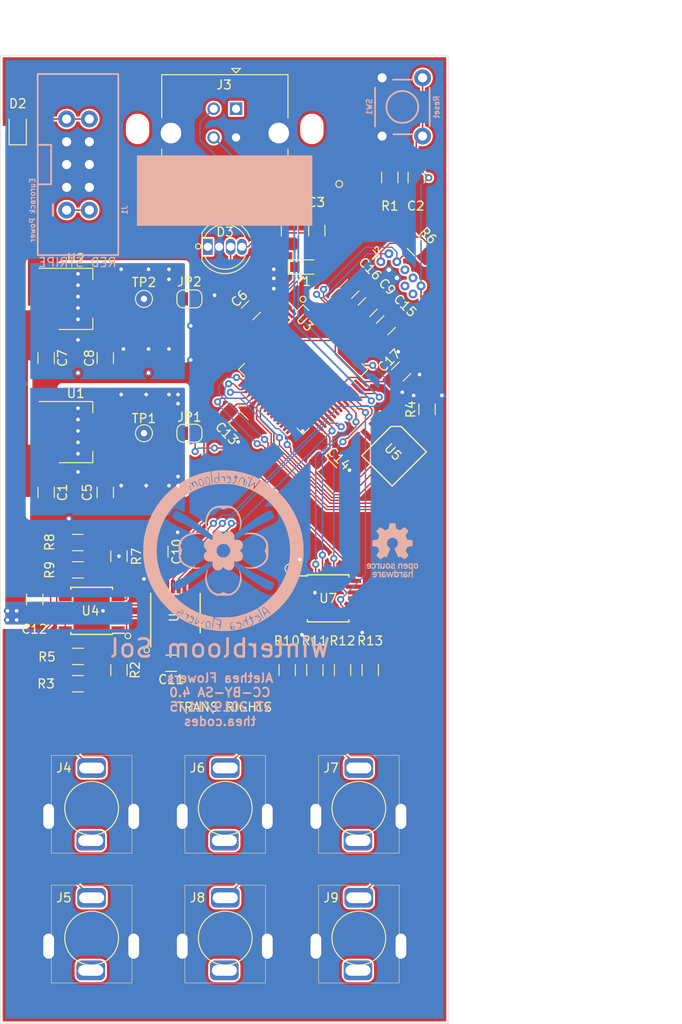
<source format=kicad_pcb>
(kicad_pcb (version 20171130) (host pcbnew "(5.1.2)-2")
  (title_block (title Sol) (date 2019-11-05) (rev v3) (company Winterbloom) (comment 1 "Alethea Flowers") (comment 2 thea.codes) (comment 3 "CC BY SA 4.0"))
  (layers (0 F.Cu signal) (31 B.Cu signal) (34 B.Paste user) (35 F.Paste user) (36 B.SilkS user) (37 F.SilkS user) (38 B.Mask user) (39 F.Mask user) (44 Edge.Cuts user))
  (net 0 "")
  (net 1 GND)
  (net 2 +12V)
  (net 3 Reset)
  (net 4 XIN)
  (net 5 XOUT)
  (net 6 "Net-(C5-Pad1)")
  (net 7 VDDIO)
  (net 8 "Net-(C8-Pad1)")
  (net 9 "Net-(D2-Pad2)")
  (net 10 NEOPIXEL)
  (net 11 SWDIO)
  (net 12 SWCLK)
  (net 13 "Net-(J2-Pad6)")
  (net 14 "Net-(J2-Pad7)")
  (net 15 "Net-(J2-Pad8)")
  (net 16 "Net-(J2-Pad9)")
  (net 17 D+)
  (net 18 "Net-(J3-Pad1)")
  (net 19 D-)
  (net 20 CV_ONE)
  (net 21 CV_TWO)
  (net 22 "Net-(J6-PadT)")
  (net 23 "Net-(J7-PadT)")
  (net 24 "Net-(J8-PadT)")
  (net 25 "Net-(J9-PadT)")
  (net 26 +5V)
  (net 27 "Net-(R2-Pad1)")
  (net 28 QSPI_CS)
  (net 29 "Net-(R5-Pad2)")
  (net 30 "Net-(R7-Pad1)")
  (net 31 "Net-(R9-Pad2)")
  (net 32 GATE_A_OUT)
  (net 33 GATE_B_OUT)
  (net 34 GATE_C_OUT)
  (net 35 GATE_D_OUT)
  (net 36 "Net-(U3-Pad3)")
  (net 37 "Net-(U3-Pad4)")
  (net 38 "Net-(U3-Pad5)")
  (net 39 "Net-(U3-Pad6)")
  (net 40 "Net-(U3-Pad9)")
  (net 41 "Net-(U3-Pad10)")
  (net 42 "Net-(U3-Pad11)")
  (net 43 "Net-(U3-Pad12)")
  (net 44 "Net-(U3-Pad13)")
  (net 45 "Net-(U3-Pad14)")
  (net 46 "Net-(U3-Pad15)")
  (net 47 "Net-(U3-Pad16)")
  (net 48 QSPI_D0)
  (net 49 QSPI_D1)
  (net 50 QSPI_D2)
  (net 51 QSPI_D3)
  (net 52 QSPI_SCLK)
  (net 53 "Net-(U3-Pad25)")
  (net 54 "Net-(U3-Pad26)")
  (net 55 "Net-(U3-Pad27)")
  (net 56 "Net-(U3-Pad28)")
  (net 57 "Net-(U3-Pad29)")
  (net 58 "Net-(U3-Pad30)")
  (net 59 "Net-(U3-Pad31)")
  (net 60 "Net-(U3-Pad32)")
  (net 61 "Net-(U3-Pad35)")
  (net 62 SCLK)
  (net 63 DAC_CS)
  (net 64 "Net-(U3-Pad38)")
  (net 65 "Net-(U3-Pad39)")
  (net 66 "Net-(U3-Pad40)")
  (net 67 GATE_A_IN)
  (net 68 GATE_B_IN)
  (net 69 GATE_C_IN)
  (net 70 GATE_D_IN)
  (net 71 "Net-(U3-Pad49)")
  (net 72 MOSI)
  (net 73 "Net-(U3-Pad51)")
  (net 74 "Net-(U3-Pad55)")
  (net 75 "Net-(U3-Pad61)")
  (net 76 "Net-(U3-Pad62)")
  (net 77 "Net-(U3-Pad63)")
  (net 78 "Net-(U4-Pad13)")
  (net 79 "Net-(U4-Pad8)")
  (net 80 DAC_OUT_B)
  (net 81 DAC_OUT_A)
  (net 82 "Net-(U6-Pad1)")
  (net 83 "Net-(U6-Pad2)")
  (net 84 "Net-(U6-Pad6)")
  (net 85 "Net-(U6-Pad8)")
  (net 86 "Net-(C15-Pad2)")
  (net 87 "Net-(U3-Pad59)")
  (net 88 "Net-(U3-Pad60)")
  (net 89 "Net-(D3-Pad1)")
  (net 90 "Net-(J1-Pad1)")
  (module Switches:TACTILE_SWITCH_PTH_6.0MM (layer B.Cu) (at 155.1 55.55 270)
    (fp_text reference SW1 (at 0 3.683 270) (layer B.SilkS) (effects (font (size 0.6096 0.6096) (thickness 0.127)) (justify mirror)))
    (fp_text value Reset (at 0 -3.81 270) (layer B.SilkS) (effects (font (size 0.6096 0.6096) (thickness 0.127)) (justify mirror)))
    (pad 1 thru_hole circle (at -3.2512 2.2606 270) (size 1.8796 1.8796) (drill 1.016) (layers *.Cu *.Mask) (net 1 GND))
    (pad 1 thru_hole circle (at 3.2512 2.2606 270) (size 1.8796 1.8796) (drill 1.016) (layers *.Cu *.Mask) (net 1 GND))
    (pad 2 thru_hole circle (at -3.2512 -2.2606 270) (size 1.8796 1.8796) (drill 1.016) (layers *.Cu *.Mask) (net 3 Reset))
    (pad 2 thru_hole circle (at 3.2512 -2.2606 270) (size 1.8796 1.8796) (drill 1.016) (layers *.Cu *.Mask) (net 3 Reset))
  )
  (module MountingHole:MountingHole_2.2mm_M2 (layer F.Cu) (at 145 58)
    (fp_text reference REF** hide)
    (fp_text value MountingHole_2.2mm_M2)
    (pad "" np_thru_hole roundrect (at 0 0) (size 2.2 3) (drill oval 2.2 3) (layers *.Cu *.Mask) (roundrect_rratio 0.5))
  )
  (module MountingHole:MountingHole_2.2mm_M2 (layer F.Cu) (at 125.53 58)
    (fp_text reference REF** hide)
    (fp_text value MountingHole_2.2mm_M2)
    (pad "" np_thru_hole roundrect (at 0 0) (size 2.2 3) (drill oval 2.2 3) (layers *.Cu *.Mask) (roundrect_rratio 0.5))
  )
  (module Symbol:OSHW-Logo_5.7x6mm_SilkScreen (layer B.Cu) (at 154 105 180)
    (fp_text reference REF** hide)
    (fp_text value OSHW-Logo_5.7x6mm_SilkScreen hide)
  )
  (module "Winterbloom - Sol:Jack_3.5mm_QingPu_WQP-PJ3010B" (layer F.Cu) (at 120.396 129.286)
    (fp_text reference J4 (at -3.1 0 180) (layer F.SilkS))
    (fp_text value AudioJack2)
    (pad S thru_hole roundrect (at -4.8 5.4 180) (size 2.2 3.2) (drill oval 1.2 2.8) (layers *.Cu *.Mask) (net 1 GND))
    (pad S thru_hole roundrect (at 4.7 5.4 180) (size 2.2 3.2) (drill oval 1.2 2.8) (layers *.Cu *.Mask) (net 1 GND))
    (pad TN thru_hole roundrect (at -0.1 8.1 180) (size 3.2 2.2) (drill oval 2.8 1.2) (layers *.Cu *.Mask))
    (pad T thru_hole roundrect (at 0 0 180) (size 3.2 2.2) (drill oval 2.8 1.2) (layers *.Cu *.Mask) (net 20 CV_ONE))
  )
  (module "Winterbloom - Sol:Jack_3.5mm_QingPu_WQP-PJ3010B" (layer F.Cu) (at 135.3185 129.286)
    (fp_text reference J6 (at -3.1 0 180) (layer F.SilkS))
    (fp_text value AudioJack2)
    (pad S thru_hole roundrect (at -4.8 5.4 180) (size 2.2 3.2) (drill oval 1.2 2.8) (layers *.Cu *.Mask) (net 1 GND))
    (pad S thru_hole roundrect (at 4.7 5.4 180) (size 2.2 3.2) (drill oval 1.2 2.8) (layers *.Cu *.Mask) (net 1 GND))
    (pad TN thru_hole roundrect (at -0.1 8.1 180) (size 3.2 2.2) (drill oval 2.8 1.2) (layers *.Cu *.Mask))
    (pad T thru_hole roundrect (at 0 0 180) (size 3.2 2.2) (drill oval 2.8 1.2) (layers *.Cu *.Mask) (net 22 "Net-(J6-PadT)"))
  )
  (module "Winterbloom - Sol:Jack_3.5mm_QingPu_WQP-PJ3010B" (layer F.Cu) (at 120.396 143.764)
    (fp_text reference J5 (at -3.1 0 180) (layer F.SilkS))
    (fp_text value AudioJack2)
    (pad S thru_hole roundrect (at -4.8 5.4 180) (size 2.2 3.2) (drill oval 1.2 2.8) (layers *.Cu *.Mask) (net 1 GND))
    (pad S thru_hole roundrect (at 4.7 5.4 180) (size 2.2 3.2) (drill oval 1.2 2.8) (layers *.Cu *.Mask) (net 1 GND))
    (pad TN thru_hole roundrect (at -0.1 8.1 180) (size 3.2 2.2) (drill oval 2.8 1.2) (layers *.Cu *.Mask))
    (pad T thru_hole roundrect (at 0 0 180) (size 3.2 2.2) (drill oval 2.8 1.2) (layers *.Cu *.Mask) (net 21 CV_TWO))
  )
  (module "Winterbloom - Sol:Jack_3.5mm_QingPu_WQP-PJ3010B" (layer F.Cu) (at 150.241 129.286)
    (fp_text reference J7 (at -3.1 0 180) (layer F.SilkS))
    (fp_text value AudioJack2)
    (pad S thru_hole roundrect (at -4.8 5.4 180) (size 2.2 3.2) (drill oval 1.2 2.8) (layers *.Cu *.Mask) (net 1 GND))
    (pad S thru_hole roundrect (at 4.7 5.4 180) (size 2.2 3.2) (drill oval 1.2 2.8) (layers *.Cu *.Mask) (net 1 GND))
    (pad TN thru_hole roundrect (at -0.1 8.1 180) (size 3.2 2.2) (drill oval 2.8 1.2) (layers *.Cu *.Mask))
    (pad T thru_hole roundrect (at 0 0 180) (size 3.2 2.2) (drill oval 2.8 1.2) (layers *.Cu *.Mask) (net 23 "Net-(J7-PadT)"))
  )
  (module "Winterbloom - Sol:Jack_3.5mm_QingPu_WQP-PJ3010B" (layer F.Cu) (at 135.3185 143.764)
    (fp_text reference J8 (at -3.1 0 180) (layer F.SilkS))
    (fp_text value AudioJack2)
    (pad S thru_hole roundrect (at -4.8 5.4 180) (size 2.2 3.2) (drill oval 1.2 2.8) (layers *.Cu *.Mask) (net 1 GND))
    (pad S thru_hole roundrect (at 4.7 5.4 180) (size 2.2 3.2) (drill oval 1.2 2.8) (layers *.Cu *.Mask) (net 1 GND))
    (pad TN thru_hole roundrect (at -0.1 8.1 180) (size 3.2 2.2) (drill oval 2.8 1.2) (layers *.Cu *.Mask))
    (pad T thru_hole roundrect (at 0 0 180) (size 3.2 2.2) (drill oval 2.8 1.2) (layers *.Cu *.Mask) (net 24 "Net-(J8-PadT)"))
  )
  (module "Winterbloom - Sol:Jack_3.5mm_QingPu_WQP-PJ3010B" (layer F.Cu) (at 150.241 143.764)
    (fp_text reference J9 (at -3.1 0 180) (layer F.SilkS))
    (fp_text value AudioJack2)
    (pad S thru_hole roundrect (at -4.8 5.4 180) (size 2.2 3.2) (drill oval 1.2 2.8) (layers *.Cu *.Mask) (net 1 GND))
    (pad S thru_hole roundrect (at 4.7 5.4 180) (size 2.2 3.2) (drill oval 1.2 2.8) (layers *.Cu *.Mask) (net 1 GND))
    (pad TN thru_hole roundrect (at -0.1 8.1 180) (size 3.2 2.2) (drill oval 2.8 1.2) (layers *.Cu *.Mask))
    (pad T thru_hole roundrect (at 0 0 180) (size 3.2 2.2) (drill oval 2.8 1.2) (layers *.Cu *.Mask) (net 25 "Net-(J9-PadT)"))
  )
  (module "branding footprints:winterbloom-pcb-logo" (layer B.Cu) (at 135.128 105 180)
    (fp_text reference Ref** hide)
    (fp_text value Val** hide)
    (fp_poly (pts (xy 5.429996 4.380106) (xy 5.512376 4.317769) (xy 5.543675 4.278463) (xy 5.629055 4.129745) (xy 5.701631 3.953181) (xy 5.747848 3.785512) (xy 5.757334 3.699375) (xy 5.749454 3.651104) (xy 5.720496 3.602472) (xy 5.662484 3.548678) (xy 5.56744 3.48492) (xy 5.42739 3.406398) (xy 5.234354 3.30831) (xy 4.980358 3.185856) (xy 4.657424 3.034234) (xy 4.634454 3.023533) (xy 4.342487 2.886888) (xy 4.098259 2.770119) (xy 3.887334 2.664977) (xy 3.69528 2.563209) (xy 3.507662 2.456565) (xy 3.310045 2.336793) (xy 3.087997 2.195642) (xy 2.827082 2.024862) (xy 2.512867 1.8162) (xy 2.455334 1.777848) (xy 2.160955 1.583412) (xy 1.926731 1.433319) (xy 1.744 1.322587) (xy 1.604103 1.246234) (xy 1.498378 1.199277) (xy 1.418166 1.176734) (xy 1.407584 1.175122) (xy 1.227667 1.151056) (xy 1.227667 1.65053) (xy 1.767417 2.099793) (xy 2.243826 2.486019) (xy 2.727315 2.858541) (xy 3.206269 3.209249) (xy 3.669078 3.530031) (xy 4.104127 3.812777) (xy 4.499805 4.049375) (xy 4.758704 4.1891) (xy 5.001469 4.3056) (xy 5.18638 4.375369) (xy 5.325277 4.399755) (xy 5.429996 4.380106)) (layer B.Cu) (width 0.01))
    (fp_poly (pts (xy -5.154747 4.389771) (xy -5.15219 4.389429) (xy -4.975643 4.342482) (xy -4.742791 4.243872) (xy -4.460622 4.098171) (xy -4.136126 3.909948) (xy -3.776291 3.683775) (xy -3.388107 3.424223) (xy -2.978562 3.135864) (xy -2.554647 2.823267) (xy -2.123348 2.491005) (xy -1.691656 2.143647) (xy -1.590406 2.059905) (xy -1.212312 1.745504) (xy -1.206219 1.444252) (xy -1.206365 1.297894) (xy -1.212422 1.192555) (xy -1.223112 1.148919) (xy -1.224479 1.148765) (xy -1.280866 1.160321) (xy -1.350113 1.173666) (xy -1.411794 1.201814) (xy -1.532856 1.271119) (xy -1.702745 1.375014) (xy -1.910907 1.506931) (xy -2.14679 1.660303) (xy -2.366113 1.805924) (xy -2.642598 1.989287) (xy -2.8956 2.151997) (xy -3.137686 2.300984) (xy -3.38142 2.443181) (xy -3.639367 2.585521) (xy -3.924094 2.734935) (xy -4.248164 2.898355) (xy -4.624143 3.082713) (xy -5.064596 3.29494) (xy -5.068969 3.297035) (xy -5.255562 3.389103) (xy -5.415934 3.473231) (xy -5.533444 3.540347) (xy -5.591452 3.581377) (xy -5.592344 3.582401) (xy -5.622249 3.676708) (xy -5.61164 3.819424) (xy -5.56547 3.987535) (xy -5.488692 4.158028) (xy -5.456832 4.211921) (xy -5.38113 4.325837) (xy -5.323257 4.383133) (xy -5.25665 4.399286) (xy -5.154747 4.389771)) (layer B.Cu) (width 0.01))
    (fp_poly (pts (xy 1.42875 -1.269889) (xy 1.501861 -1.285442) (xy 1.587771 -1.316841) (xy 1.695676 -1.36935) (xy 1.834771 -1.448229) (xy 2.01425 -1.558741) (xy 2.243309 -1.706148) (xy 2.531144 -1.895713) (xy 2.586462 -1.93243) (xy 2.864136 -2.114191) (xy 3.142088 -2.29124) (xy 3.405657 -2.454599) (xy 3.640183 -2.595287) (xy 3.831002 -2.704325) (xy 3.941129 -2.762143) (xy 4.115682 -2.84704) (xy 4.343956 -2.957666) (xy 4.603352 -3.083092) (xy 4.871274 -3.212389) (xy 5.04825 -3.297641) (xy 5.296728 -3.417621) (xy 5.479083 -3.507886) (xy 5.605527 -3.575352) (xy 5.686269 -3.626937) (xy 5.731519 -3.669557) (xy 5.751487 -3.710129) (xy 5.756383 -3.75557) (xy 5.756404 -3.777379) (xy 5.733534 -3.929098) (xy 5.674708 -4.093864) (xy 5.591808 -4.251608) (xy 5.49672 -4.382259) (xy 5.401327 -4.465747) (xy 5.337204 -4.485353) (xy 5.25995 -4.469378) (xy 5.140041 -4.431122) (xy 5.075948 -4.407257) (xy 4.811263 -4.287408) (xy 4.493859 -4.116121) (xy 4.132965 -3.899676) (xy 3.737807 -3.644349) (xy 3.317613 -3.356419) (xy 2.881612 -3.042164) (xy 2.439031 -2.707861) (xy 1.999098 -2.359789) (xy 1.68275 -2.098784) (xy 1.227667 -1.71624) (xy 1.227667 -1.242846) (xy 1.42875 -1.269889)) (layer B.Cu) (width 0.01))
    (fp_poly (pts (xy -1.204228 -1.52693) (xy -1.2065 -1.808509) (xy -1.672166 -2.193856) (xy -2.130564 -2.563854) (xy -2.595208 -2.921331) (xy -3.054928 -3.258498) (xy -3.498552 -3.56757) (xy -3.914909 -3.84076) (xy -4.292826 -4.070282) (xy -4.616436 -4.245999) (xy -4.847895 -4.358616) (xy -5.019663 -4.431541) (xy -5.14557 -4.467063) (xy -5.239448 -4.467474) (xy -5.31513 -4.435066) (xy -5.385272 -4.373361) (xy -5.495009 -4.216876) (xy -5.581152 -4.017999) (xy -5.626937 -3.81873) (xy -5.630333 -3.759349) (xy -5.626925 -3.713912) (xy -5.609858 -3.673642) (xy -5.568871 -3.631845) (xy -5.493703 -3.581829) (xy -5.374091 -3.516899) (xy -5.199775 -3.430361) (xy -4.960491 -3.315523) (xy -4.92125 -3.296819) (xy -4.535869 -3.112555) (xy -4.213846 -2.956488) (xy -3.941745 -2.821153) (xy -3.706132 -2.699088) (xy -3.493574 -2.582829) (xy -3.290636 -2.464912) (xy -3.083885 -2.337874) (xy -2.859886 -2.194251) (xy -2.605205 -2.026581) (xy -2.455333 -1.926842) (xy -2.108136 -1.698475) (xy -1.822609 -1.517543) (xy -1.600245 -1.384938) (xy -1.442536 -1.301549) (xy -1.352394 -1.268473) (xy -1.201955 -1.24535) (xy -1.204228 -1.52693)) (layer B.Cu) (width 0.01))
  )
  (module Package_SO:TSSOP-16_4.4x5mm_P0.65mm (layer F.Cu) (at 129.794 112.014 90)
    (fp_text reference U6 (at 0 -0.1905 90) (layer F.SilkS))
    (fp_text value AD5689RxRUZ)
    (pad 1 smd rect (at -2.95 -2.275 90) (size 1.5 0.45) (layers F.Cu F.Paste F.Mask) (net 82 "Net-(U6-Pad1)"))
    (pad 2 smd rect (at -2.95 -1.625 90) (size 1.5 0.45) (layers F.Cu F.Paste F.Mask) (net 83 "Net-(U6-Pad2)"))
    (pad 3 smd rect (at -2.95 -0.975 90) (size 1.5 0.45) (layers F.Cu F.Paste F.Mask) (net 81 DAC_OUT_A))
    (pad 4 smd rect (at -2.95 -0.325 90) (size 1.5 0.45) (layers F.Cu F.Paste F.Mask) (net 1 GND))
    (pad 5 smd rect (at -2.95 0.325 90) (size 1.5 0.45) (layers F.Cu F.Paste F.Mask) (net 7 VDDIO))
    (pad 6 smd rect (at -2.95 0.975 90) (size 1.5 0.45) (layers F.Cu F.Paste F.Mask) (net 84 "Net-(U6-Pad6)"))
    (pad 7 smd rect (at -2.95 1.625 90) (size 1.5 0.45) (layers F.Cu F.Paste F.Mask) (net 80 DAC_OUT_B))
    (pad 8 smd rect (at -2.95 2.275 90) (size 1.5 0.45) (layers F.Cu F.Paste F.Mask) (net 85 "Net-(U6-Pad8)"))
    (pad 9 smd rect (at 2.95 2.275 90) (size 1.5 0.45) (layers F.Cu F.Paste F.Mask) (net 1 GND))
    (pad 10 smd rect (at 2.95 1.625 90) (size 1.5 0.45) (layers F.Cu F.Paste F.Mask) (net 1 GND))
    (pad 11 smd rect (at 2.95 0.975 90) (size 1.5 0.45) (layers F.Cu F.Paste F.Mask) (net 7 VDDIO))
    (pad 12 smd rect (at 2.95 0.325 90) (size 1.5 0.45) (layers F.Cu F.Paste F.Mask) (net 62 SCLK))
    (pad 13 smd rect (at 2.95 -0.325 90) (size 1.5 0.45) (layers F.Cu F.Paste F.Mask) (net 63 DAC_CS))
    (pad 14 smd rect (at 2.95 -0.975 90) (size 1.5 0.45) (layers F.Cu F.Paste F.Mask) (net 72 MOSI))
    (pad 15 smd rect (at 2.95 -1.625 90) (size 1.5 0.45) (layers F.Cu F.Paste F.Mask) (net 7 VDDIO))
    (pad 16 smd rect (at 2.95 -2.275 90) (size 1.5 0.45) (layers F.Cu F.Paste F.Mask) (net 1 GND))
  )
  (module Diode_SMD:D_0805_2012Metric_Pad1.15x1.40mm_HandSolder (layer F.Cu) (at 112.141 57.912 90)
    (fp_text reference D2 (at 2.7305 0 180) (layer F.SilkS))
    (fp_text value D)
    (pad 1 smd roundrect (at -1.025 0 90) (size 1.15 1.4) (layers F.Cu F.Paste F.Mask) (roundrect_rratio 0.217391) (net 2 +12V))
    (pad 2 smd roundrect (at 1.025 0 90) (size 1.15 1.4) (layers F.Cu F.Paste F.Mask) (roundrect_rratio 0.217391) (net 9 "Net-(D2-Pad2)"))
  )
  (module Connectors:2X5-SHROUDED (layer B.Cu) (at 118.872 61.976)
    (fp_text reference J1 (at 5.207 5.08 -90) (layer B.SilkS) (effects (font (size 0.6096 0.6096) (thickness 0.127)) (justify mirror)))
    (fp_text value "Eurorack Power" (at -5.08 5.08 -90) (layer B.SilkS) (effects (font (size 0.6096 0.6096) (thickness 0.127)) (justify mirror)))
    (pad 1 thru_hole circle (at -1.27 5.08) (size 1.8796 1.8796) (drill 1.016) (layers *.Cu *.Mask) (net 90 "Net-(J1-Pad1)"))
    (pad 2 thru_hole circle (at 1.27 5.08) (size 1.8796 1.8796) (drill 1.016) (layers *.Cu *.Mask) (net 90 "Net-(J1-Pad1)"))
    (pad 3 thru_hole circle (at -1.27 2.54) (size 1.8796 1.8796) (drill 1.016) (layers *.Cu *.Mask) (net 1 GND))
    (pad 4 thru_hole circle (at 1.27 2.54) (size 1.8796 1.8796) (drill 1.016) (layers *.Cu *.Mask) (net 1 GND))
    (pad 5 thru_hole circle (at -1.27 0) (size 1.8796 1.8796) (drill 1.016) (layers *.Cu *.Mask) (net 1 GND))
    (pad 6 thru_hole circle (at 1.27 0) (size 1.8796 1.8796) (drill 1.016) (layers *.Cu *.Mask) (net 1 GND))
    (pad 7 thru_hole circle (at -1.27 -2.54) (size 1.8796 1.8796) (drill 1.016) (layers *.Cu *.Mask) (net 1 GND))
    (pad 8 thru_hole circle (at 1.27 -2.54) (size 1.8796 1.8796) (drill 1.016) (layers *.Cu *.Mask) (net 1 GND))
    (pad 9 thru_hole circle (at -1.27 -5.08) (size 1.8796 1.8796) (drill 1.016) (layers *.Cu *.Mask) (net 9 "Net-(D2-Pad2)"))
    (pad 10 thru_hole circle (at 1.27 -5.08) (size 1.8796 1.8796) (drill 1.016) (layers *.Cu *.Mask) (net 9 "Net-(D2-Pad2)"))
  )
  (module Connectors:2X5-PTH-1.27MM (layer F.Cu) (at 154.94 74.168 315)
    (fp_text reference J2 (at -3.753323 0.121622 225) (layer F.SilkS) (effects (font (size 0.6096 0.6096) (thickness 0.127))))
    (fp_text value CORTEX_DEBUG_PTH hide)
    (pad 1 thru_hole circle (at -2.54 0.635 315) (size 0.99822 0.99822) (drill 0.508) (layers *.Cu *.Mask) (net 7 VDDIO))
    (pad 2 thru_hole circle (at -2.54 -0.635 315) (size 0.99822 0.99822) (drill 0.508) (layers *.Cu *.Mask) (net 11 SWDIO))
    (pad 3 thru_hole circle (at -1.27 0.635 315) (size 0.99822 0.99822) (drill 0.508) (layers *.Cu *.Mask) (net 1 GND))
    (pad 4 thru_hole circle (at -1.27 -0.635 315) (size 0.99822 0.99822) (drill 0.508) (layers *.Cu *.Mask) (net 12 SWCLK))
    (pad 5 thru_hole circle (at 0 0.635 315) (size 0.99822 0.99822) (drill 0.508) (layers *.Cu *.Mask) (net 1 GND))
    (pad 6 thru_hole circle (at 0 -0.635 315) (size 0.99822 0.99822) (drill 0.508) (layers *.Cu *.Mask) (net 13 "Net-(J2-Pad6)"))
    (pad 7 thru_hole circle (at 1.27 0.635 315) (size 0.99822 0.99822) (drill 0.508) (layers *.Cu *.Mask) (net 14 "Net-(J2-Pad7)"))
    (pad 8 thru_hole circle (at 1.27 -0.635 315) (size 0.99822 0.99822) (drill 0.508) (layers *.Cu *.Mask) (net 15 "Net-(J2-Pad8)"))
    (pad 9 thru_hole circle (at 2.54 0.635 315) (size 0.99822 0.99822) (drill 0.508) (layers *.Cu *.Mask) (net 16 "Net-(J2-Pad9)"))
    (pad 10 thru_hole circle (at 2.54 -0.635 315) (size 0.99822 0.99822) (drill 0.508) (layers *.Cu *.Mask) (net 3 Reset))
  )
  (module Connector_USB:USB_B_TE_5787834_Vertical (layer F.Cu) (at 136.525 55.753)
    (fp_text reference J3 (at -1.3335 -2.667) (layer F.SilkS))
    (fp_text value USB_B)
    (pad 5 thru_hole circle (at 4.77 2.71) (size 3 3) (drill 2.3) (layers *.Cu *.Mask) (net 1 GND))
    (pad 4 thru_hole circle (at 0 3.2) (size 1.4 1.4) (drill 0.92) (layers *.Cu *.Mask) (net 1 GND))
    (pad 3 thru_hole circle (at -2.5 3.2) (size 1.4 1.4) (drill 0.92) (layers *.Cu *.Mask) (net 17 D+))
    (pad 1 thru_hole rect (at 0 0) (size 1.4 1.4) (drill 0.92) (layers *.Cu *.Mask) (net 18 "Net-(J3-Pad1)"))
    (pad 5 thru_hole circle (at -7.27 2.71) (size 3 3) (drill 2.3) (layers *.Cu *.Mask) (net 1 GND))
    (pad 2 thru_hole circle (at -2.5 0) (size 1.4 1.4) (drill 0.92) (layers *.Cu *.Mask) (net 19 D-))
  )
  (module Jumper:SolderJumper-2_P1.3mm_Open_RoundedPad1.0x1.5mm (layer F.Cu) (at 131.318 91.948)
    (fp_text reference JP1 (at 0 -1.8) (layer F.SilkS))
    (fp_text value SolderJumper_2_Open)
    (pad 1 smd custom (at -0.65 0) (size 1 0.5) (layers F.Cu F.Mask) (net 6 "Net-(C5-Pad1)") (options (clearance outline) (anchor rect)) (primitives (gr_circle (center 0 0.25) (end 0.5 0.25) (width 0)) (gr_circle (center 0 -0.25) (end 0.5 -0.25) (width 0)) (gr_poly (pts (xy 0 -0.75) (xy 0.5 -0.75) (xy 0.5 0.75) (xy 0 0.75)) (width 0))))
    (pad 2 smd custom (at 0.65 0) (size 1 0.5) (layers F.Cu F.Mask) (net 26 +5V) (options (clearance outline) (anchor rect)) (primitives (gr_circle (center 0 0.25) (end 0.5 0.25) (width 0)) (gr_circle (center 0 -0.25) (end 0.5 -0.25) (width 0)) (gr_poly (pts (xy 0 -0.75) (xy -0.5 -0.75) (xy -0.5 0.75) (xy 0 0.75)) (width 0))))
  )
  (module Jumper:SolderJumper-2_P1.3mm_Open_RoundedPad1.0x1.5mm (layer F.Cu) (at 131.318 76.962)
    (fp_text reference JP2 (at 0 -1.905) (layer F.SilkS))
    (fp_text value SolderJumper_2_Open)
    (pad 2 smd custom (at 0.65 0) (size 1 0.5) (layers F.Cu F.Mask) (net 7 VDDIO) (options (clearance outline) (anchor rect)) (primitives (gr_circle (center 0 0.25) (end 0.5 0.25) (width 0)) (gr_circle (center 0 -0.25) (end 0.5 -0.25) (width 0)) (gr_poly (pts (xy 0 -0.75) (xy -0.5 -0.75) (xy -0.5 0.75) (xy 0 0.75)) (width 0))))
    (pad 1 smd custom (at -0.65 0) (size 1 0.5) (layers F.Cu F.Mask) (net 8 "Net-(C8-Pad1)") (options (clearance outline) (anchor rect)) (primitives (gr_circle (center 0 0.25) (end 0.5 0.25) (width 0)) (gr_circle (center 0 -0.25) (end 0.5 -0.25) (width 0)) (gr_poly (pts (xy 0 -0.75) (xy 0.5 -0.75) (xy 0.5 0.75) (xy 0 0.75)) (width 0))))
  )
  (module Resistor_SMD:R_1206_3216Metric_Pad1.42x1.75mm_HandSolder (layer F.Cu) (at 153.7 63.4125 270)
    (fp_text reference R1 (at 3.1875 0 180) (layer F.SilkS))
    (fp_text value 10k)
    (pad 2 smd roundrect (at 1.4875 0 270) (size 1.425 1.75) (layers F.Cu F.Paste F.Mask) (roundrect_rratio 0.175439) (net 7 VDDIO))
    (pad 1 smd roundrect (at -1.4875 0 270) (size 1.425 1.75) (layers F.Cu F.Paste F.Mask) (roundrect_rratio 0.175439) (net 3 Reset))
  )
  (module Resistor_SMD:R_1206_3216Metric_Pad1.42x1.75mm_HandSolder (layer F.Cu) (at 123.444 118.364 270)
    (fp_text reference R2 (at 0 -1.82 90) (layer F.SilkS))
    (fp_text value "2.9k 0.5%")
    (pad 2 smd roundrect (at 1.4875 0 270) (size 1.425 1.75) (layers F.Cu F.Paste F.Mask) (roundrect_rratio 0.175439) (net 1 GND))
    (pad 1 smd roundrect (at -1.4875 0 270) (size 1.425 1.75) (layers F.Cu F.Paste F.Mask) (roundrect_rratio 0.175439) (net 27 "Net-(R2-Pad1)"))
  )
  (module Resistor_SMD:R_1206_3216Metric_Pad1.42x1.75mm_HandSolder (layer F.Cu) (at 118.872 119.888)
    (fp_text reference R3 (at -3.572 0.012) (layer F.SilkS))
    (fp_text value "9.1k 0.5%")
    (pad 1 smd roundrect (at -1.4875 0) (size 1.425 1.75) (layers F.Cu F.Paste F.Mask) (roundrect_rratio 0.175439) (net 20 CV_ONE))
    (pad 2 smd roundrect (at 1.4875 0) (size 1.425 1.75) (layers F.Cu F.Paste F.Mask) (roundrect_rratio 0.175439) (net 27 "Net-(R2-Pad1)"))
  )
  (module Resistor_SMD:R_1206_3216Metric_Pad1.42x1.75mm_HandSolder (layer F.Cu) (at 157.861 89.281 90)
    (fp_text reference R4 (at 0 -1.82 90) (layer F.SilkS))
    (fp_text value 10k)
    (pad 1 smd roundrect (at -1.4875 0 90) (size 1.425 1.75) (layers F.Cu F.Paste F.Mask) (roundrect_rratio 0.175439) (net 28 QSPI_CS))
    (pad 2 smd roundrect (at 1.4875 0 90) (size 1.425 1.75) (layers F.Cu F.Paste F.Mask) (roundrect_rratio 0.175439) (net 7 VDDIO))
  )
  (module Resistor_SMD:R_1206_3216Metric_Pad1.42x1.75mm_HandSolder (layer F.Cu) (at 118.872 116.84)
    (fp_text reference R5 (at -3.472 0.06) (layer F.SilkS))
    (fp_text value "1k 0.5%")
    (pad 1 smd roundrect (at -1.4875 0) (size 1.425 1.75) (layers F.Cu F.Paste F.Mask) (roundrect_rratio 0.175439) (net 20 CV_ONE))
    (pad 2 smd roundrect (at 1.4875 0) (size 1.425 1.75) (layers F.Cu F.Paste F.Mask) (roundrect_rratio 0.175439) (net 29 "Net-(R5-Pad2)"))
  )
  (module Resistor_SMD:R_1206_3216Metric_Pad1.42x1.75mm_HandSolder (layer F.Cu) (at 156.718 71.12 135)
    (fp_text reference R6 (at -0.035356 1.760697 135) (layer F.SilkS))
    (fp_text value 10k)
    (pad 2 smd roundrect (at 1.4875 0 135) (size 1.425 1.75) (layers F.Cu F.Paste F.Mask) (roundrect_rratio 0.175439) (net 7 VDDIO))
    (pad 1 smd roundrect (at -1.4875 0 135) (size 1.425 1.75) (layers F.Cu F.Paste F.Mask) (roundrect_rratio 0.175439) (net 12 SWCLK))
  )
  (module Resistor_SMD:R_1206_3216Metric_Pad1.42x1.75mm_HandSolder (layer F.Cu) (at 123.444 105.664 90)
    (fp_text reference R7 (at -0.036 1.956 270) (layer F.SilkS))
    (fp_text value "2.9k 0.5%")
    (pad 2 smd roundrect (at 1.4875 0 90) (size 1.425 1.75) (layers F.Cu F.Paste F.Mask) (roundrect_rratio 0.175439) (net 1 GND))
    (pad 1 smd roundrect (at -1.4875 0 90) (size 1.425 1.75) (layers F.Cu F.Paste F.Mask) (roundrect_rratio 0.175439) (net 30 "Net-(R7-Pad1)"))
  )
  (module Resistor_SMD:R_1206_3216Metric_Pad1.42x1.75mm_HandSolder (layer F.Cu) (at 118.8355 104.14)
    (fp_text reference R8 (at -3.1355 -0.04 90) (layer F.SilkS))
    (fp_text value "9.1k 0.5%")
    (pad 1 smd roundrect (at -1.4875 0) (size 1.425 1.75) (layers F.Cu F.Paste F.Mask) (roundrect_rratio 0.175439) (net 21 CV_TWO))
    (pad 2 smd roundrect (at 1.4875 0) (size 1.425 1.75) (layers F.Cu F.Paste F.Mask) (roundrect_rratio 0.175439) (net 30 "Net-(R7-Pad1)"))
  )
  (module Resistor_SMD:R_1206_3216Metric_Pad1.42x1.75mm_HandSolder (layer F.Cu) (at 118.872 107.188)
    (fp_text reference R9 (at -3.172 0.012 90) (layer F.SilkS))
    (fp_text value "1k 0.5%")
    (pad 1 smd roundrect (at -1.4875 0) (size 1.425 1.75) (layers F.Cu F.Paste F.Mask) (roundrect_rratio 0.175439) (net 21 CV_TWO))
    (pad 2 smd roundrect (at 1.4875 0) (size 1.425 1.75) (layers F.Cu F.Paste F.Mask) (roundrect_rratio 0.175439) (net 31 "Net-(R9-Pad2)"))
  )
  (module Resistor_SMD:R_1206_3216Metric_Pad1.42x1.75mm_HandSolder (layer F.Cu) (at 142.24 118.364 90)
    (fp_text reference R10 (at 3.264 -0.04 180) (layer F.SilkS))
    (fp_text value 1k)
    (pad 1 smd roundrect (at -1.4875 0 90) (size 1.425 1.75) (layers F.Cu F.Paste F.Mask) (roundrect_rratio 0.175439) (net 22 "Net-(J6-PadT)"))
    (pad 2 smd roundrect (at 1.4875 0 90) (size 1.425 1.75) (layers F.Cu F.Paste F.Mask) (roundrect_rratio 0.175439) (net 32 GATE_A_OUT))
  )
  (module Resistor_SMD:R_1206_3216Metric_Pad1.42x1.75mm_HandSolder (layer F.Cu) (at 145.330333 118.364 90)
    (fp_text reference R11 (at 3.264 -0.030333 180) (layer F.SilkS))
    (fp_text value 1k)
    (pad 2 smd roundrect (at 1.4875 0 90) (size 1.425 1.75) (layers F.Cu F.Paste F.Mask) (roundrect_rratio 0.175439) (net 33 GATE_B_OUT))
    (pad 1 smd roundrect (at -1.4875 0 90) (size 1.425 1.75) (layers F.Cu F.Paste F.Mask) (roundrect_rratio 0.175439) (net 23 "Net-(J7-PadT)"))
  )
  (module Resistor_SMD:R_1206_3216Metric_Pad1.42x1.75mm_HandSolder (layer F.Cu) (at 148.420666 118.364 90)
    (fp_text reference R12 (at 3.264 -0.020666 180) (layer F.SilkS))
    (fp_text value 1k)
    (pad 1 smd roundrect (at -1.4875 0 90) (size 1.425 1.75) (layers F.Cu F.Paste F.Mask) (roundrect_rratio 0.175439) (net 24 "Net-(J8-PadT)"))
    (pad 2 smd roundrect (at 1.4875 0 90) (size 1.425 1.75) (layers F.Cu F.Paste F.Mask) (roundrect_rratio 0.175439) (net 34 GATE_C_OUT))
  )
  (module Resistor_SMD:R_1206_3216Metric_Pad1.42x1.75mm_HandSolder (layer F.Cu) (at 151.511 118.364 90)
    (fp_text reference R13 (at 3.264 -0.011 180) (layer F.SilkS))
    (fp_text value 1k)
    (pad 2 smd roundrect (at 1.4875 0 90) (size 1.425 1.75) (layers F.Cu F.Paste F.Mask) (roundrect_rratio 0.175439) (net 35 GATE_D_OUT))
    (pad 1 smd roundrect (at -1.4875 0 90) (size 1.425 1.75) (layers F.Cu F.Paste F.Mask) (roundrect_rratio 0.175439) (net 25 "Net-(J9-PadT)"))
  )
  (module TestPoint:TestPoint_THTPad_D1.5mm_Drill0.7mm (layer F.Cu) (at 126.238 91.948)
    (fp_text reference TP1 (at 0 -1.648) (layer F.SilkS))
    (fp_text value 5v)
    (pad 1 thru_hole circle (at 0 0) (size 1.5 1.5) (drill 0.7) (layers *.Cu *.Mask) (net 6 "Net-(C5-Pad1)"))
  )
  (module TestPoint:TestPoint_THTPad_D1.5mm_Drill0.7mm (layer F.Cu) (at 126.238 76.962 180)
    (fp_text reference TP2 (at 0 1.8415) (layer F.SilkS))
    (fp_text value 3.3v)
    (pad 1 thru_hole circle (at 0 0 180) (size 1.5 1.5) (drill 0.7) (layers *.Cu *.Mask) (net 8 "Net-(C8-Pad1)"))
  )
  (module Package_TO_SOT_SMD:SOT-223-3_TabPin2 (layer F.Cu) (at 118.618 91.821)
    (fp_text reference U1 (at 0 -4.318) (layer F.SilkS))
    (fp_text value LM1117-5.0)
    (pad 1 smd rect (at -3.15 -2.3) (size 2 1.5) (layers F.Cu F.Paste F.Mask) (net 1 GND))
    (pad 3 smd rect (at -3.15 2.3) (size 2 1.5) (layers F.Cu F.Paste F.Mask) (net 2 +12V))
    (pad 2 smd rect (at -3.15 0) (size 2 1.5) (layers F.Cu F.Paste F.Mask) (net 6 "Net-(C5-Pad1)"))
    (pad 2 smd rect (at 3.15 0) (size 2 3.8) (layers F.Cu F.Paste F.Mask) (net 6 "Net-(C5-Pad1)"))
  )
  (module Package_TO_SOT_SMD:SOT-223-3_TabPin2 (layer F.Cu) (at 118.618 76.962)
    (fp_text reference U2 (at 0 -4.5) (layer F.SilkS))
    (fp_text value LM1117-3.3)
    (pad 2 smd rect (at 3.15 0) (size 2 3.8) (layers F.Cu F.Paste F.Mask) (net 8 "Net-(C8-Pad1)"))
    (pad 2 smd rect (at -3.15 0) (size 2 1.5) (layers F.Cu F.Paste F.Mask) (net 8 "Net-(C8-Pad1)"))
    (pad 3 smd rect (at -3.15 2.3) (size 2 1.5) (layers F.Cu F.Paste F.Mask) (net 2 +12V))
    (pad 1 smd rect (at -3.15 -2.3) (size 2 1.5) (layers F.Cu F.Paste F.Mask) (net 1 GND))
  )
  (module Package_SO:TSSOP-14_4.4x5mm_P0.65mm (layer F.Cu) (at 120.396 111.76 180)
    (fp_text reference U4 (at 0.127 0) (layer F.SilkS))
    (fp_text value TLV274)
    (pad 14 smd rect (at 2.95 -1.95 180) (size 1.45 0.45) (layers F.Cu F.Paste F.Mask) (net 78 "Net-(U4-Pad13)"))
    (pad 13 smd rect (at 2.95 -1.3 180) (size 1.45 0.45) (layers F.Cu F.Paste F.Mask) (net 78 "Net-(U4-Pad13)"))
    (pad 12 smd rect (at 2.95 -0.65 180) (size 1.45 0.45) (layers F.Cu F.Paste F.Mask) (net 7 VDDIO))
    (pad 11 smd rect (at 2.95 0 180) (size 1.45 0.45) (layers F.Cu F.Paste F.Mask) (net 1 GND))
    (pad 10 smd rect (at 2.95 0.65 180) (size 1.45 0.45) (layers F.Cu F.Paste F.Mask) (net 7 VDDIO))
    (pad 9 smd rect (at 2.95 1.3 180) (size 1.45 0.45) (layers F.Cu F.Paste F.Mask) (net 79 "Net-(U4-Pad8)"))
    (pad 8 smd rect (at 2.95 1.95 180) (size 1.45 0.45) (layers F.Cu F.Paste F.Mask) (net 79 "Net-(U4-Pad8)"))
    (pad 7 smd rect (at -2.95 1.95 180) (size 1.45 0.45) (layers F.Cu F.Paste F.Mask) (net 31 "Net-(R9-Pad2)"))
    (pad 6 smd rect (at -2.95 1.3 180) (size 1.45 0.45) (layers F.Cu F.Paste F.Mask) (net 30 "Net-(R7-Pad1)"))
    (pad 5 smd rect (at -2.95 0.65 180) (size 1.45 0.45) (layers F.Cu F.Paste F.Mask) (net 80 DAC_OUT_B))
    (pad 4 smd rect (at -2.95 0 180) (size 1.45 0.45) (layers F.Cu F.Paste F.Mask) (net 2 +12V))
    (pad 3 smd rect (at -2.95 -0.65 180) (size 1.45 0.45) (layers F.Cu F.Paste F.Mask) (net 81 DAC_OUT_A))
    (pad 2 smd rect (at -2.95 -1.3 180) (size 1.45 0.45) (layers F.Cu F.Paste F.Mask) (net 27 "Net-(R2-Pad1)"))
    (pad 1 smd rect (at -2.95 -1.95 180) (size 1.45 0.45) (layers F.Cu F.Paste F.Mask) (net 29 "Net-(R5-Pad2)"))
  )
  (module flash:SOIC-8 (layer F.Cu) (at 154.178 94.234 225)
    (fp_text reference U5 (at -0.044901 0.224506 135) (layer F.SilkS))
    (fp_text value W25Q32FVSS)
    (pad 8 smd rect (at -1.905 -3.65 225) (size 0.6 1.5) (layers F.Cu F.Paste F.Mask) (net 7 VDDIO))
    (pad 1 smd rect (at -1.905 3.65 225) (size 0.6 1.5) (layers F.Cu F.Paste F.Mask) (net 28 QSPI_CS))
    (pad 7 smd rect (at -0.635 -3.65 225) (size 0.6 1.5) (layers F.Cu F.Paste F.Mask) (net 51 QSPI_D3))
    (pad 2 smd rect (at -0.635 3.65 225) (size 0.6 1.5) (layers F.Cu F.Paste F.Mask) (net 49 QSPI_D1))
    (pad 6 smd rect (at 0.635 -3.65 225) (size 0.6 1.5) (layers F.Cu F.Paste F.Mask) (net 52 QSPI_SCLK))
    (pad 3 smd rect (at 0.635 3.65 225) (size 0.6 1.5) (layers F.Cu F.Paste F.Mask) (net 50 QSPI_D2))
    (pad 5 smd rect (at 1.905 -3.65 225) (size 0.6 1.5) (layers F.Cu F.Paste F.Mask) (net 48 QSPI_D0))
    (pad 4 smd rect (at 1.905 3.65 225) (size 0.6 1.5) (layers F.Cu F.Paste F.Mask) (net 1 GND))
  )
  (module Package_SO:TSSOP-14_4.4x5mm_P0.65mm (layer F.Cu) (at 146.812 110.363)
    (fp_text reference U7 (at 0 0) (layer F.SilkS))
    (fp_text value SN74AHCT125)
    (pad 1 smd rect (at -2.95 -1.95) (size 1.45 0.45) (layers F.Cu F.Paste F.Mask) (net 1 GND))
    (pad 2 smd rect (at -2.95 -1.3) (size 1.45 0.45) (layers F.Cu F.Paste F.Mask) (net 67 GATE_A_IN))
    (pad 3 smd rect (at -2.95 -0.65) (size 1.45 0.45) (layers F.Cu F.Paste F.Mask) (net 32 GATE_A_OUT))
    (pad 4 smd rect (at -2.95 0) (size 1.45 0.45) (layers F.Cu F.Paste F.Mask) (net 1 GND))
    (pad 5 smd rect (at -2.95 0.65) (size 1.45 0.45) (layers F.Cu F.Paste F.Mask) (net 68 GATE_B_IN))
    (pad 6 smd rect (at -2.95 1.3) (size 1.45 0.45) (layers F.Cu F.Paste F.Mask) (net 33 GATE_B_OUT))
    (pad 7 smd rect (at -2.95 1.95) (size 1.45 0.45) (layers F.Cu F.Paste F.Mask) (net 1 GND))
    (pad 8 smd rect (at 2.95 1.95) (size 1.45 0.45) (layers F.Cu F.Paste F.Mask) (net 34 GATE_C_OUT))
    (pad 9 smd rect (at 2.95 1.3) (size 1.45 0.45) (layers F.Cu F.Paste F.Mask) (net 69 GATE_C_IN))
    (pad 10 smd rect (at 2.95 0.65) (size 1.45 0.45) (layers F.Cu F.Paste F.Mask) (net 1 GND))
    (pad 11 smd rect (at 2.95 0) (size 1.45 0.45) (layers F.Cu F.Paste F.Mask) (net 35 GATE_D_OUT))
    (pad 12 smd rect (at 2.95 -0.65) (size 1.45 0.45) (layers F.Cu F.Paste F.Mask) (net 70 GATE_D_IN))
    (pad 13 smd rect (at 2.95 -1.3) (size 1.45 0.45) (layers F.Cu F.Paste F.Mask) (net 1 GND))
    (pad 14 smd rect (at 2.95 -1.95) (size 1.45 0.45) (layers F.Cu F.Paste F.Mask) (net 26 +5V))
  )
  (module Crystal:Crystal_SMD_2012-2Pin_2.0x1.2mm_HandSoldering (layer F.Cu) (at 144.018 73.406)
    (fp_text reference Y1 (at -0.018 1.594 180) (layer F.SilkS))
    (fp_text value Crystal)
    (pad 1 smd rect (at -0.925 0) (size 1.05 1.1) (layers F.Cu F.Paste F.Mask) (net 5 XOUT))
    (pad 2 smd rect (at 0.925 0) (size 1.05 1.1) (layers F.Cu F.Paste F.Mask) (net 4 XIN))
  )
  (module Capacitor_SMD:C_1206_3216Metric_Pad1.42x1.75mm_HandSolder (layer F.Cu) (at 115.316 98.552 270)
    (fp_text reference C1 (at 0 -1.82 90) (layer F.SilkS))
    (fp_text value 22uF)
    (pad 1 smd roundrect (at -1.4875 0 270) (size 1.425 1.75) (layers F.Cu F.Paste F.Mask) (roundrect_rratio 0.175439) (net 2 +12V))
    (pad 2 smd roundrect (at 1.4875 0 270) (size 1.425 1.75) (layers F.Cu F.Paste F.Mask) (roundrect_rratio 0.175439) (net 1 GND))
  )
  (module Capacitor_SMD:C_1206_3216Metric_Pad1.42x1.75mm_HandSolder (layer F.Cu) (at 156.65 63.4125 270)
    (fp_text reference C2 (at 3.1875 0.05 180) (layer F.SilkS))
    (fp_text value 1uF)
    (pad 2 smd roundrect (at 1.4875 0 270) (size 1.425 1.75) (layers F.Cu F.Paste F.Mask) (roundrect_rratio 0.175439) (net 1 GND))
    (pad 1 smd roundrect (at -1.4875 0 270) (size 1.425 1.75) (layers F.Cu F.Paste F.Mask) (roundrect_rratio 0.175439) (net 3 Reset))
  )
  (module Capacitor_SMD:C_1206_3216Metric_Pad1.42x1.75mm_HandSolder (layer F.Cu) (at 145.542 69.342 90)
    (fp_text reference C3 (at 3.142 -0.042 180) (layer F.SilkS))
    (fp_text value 22pF)
    (pad 2 smd roundrect (at 1.4875 0 90) (size 1.425 1.75) (layers F.Cu F.Paste F.Mask) (roundrect_rratio 0.175439) (net 1 GND))
    (pad 1 smd roundrect (at -1.4875 0 90) (size 1.425 1.75) (layers F.Cu F.Paste F.Mask) (roundrect_rratio 0.175439) (net 4 XIN))
  )
  (module Capacitor_SMD:C_1206_3216Metric_Pad1.42x1.75mm_HandSolder (layer F.Cu) (at 142.494 69.342 90)
    (fp_text reference C4 (at 3.142 0.006 180) (layer F.SilkS))
    (fp_text value 22pF)
    (pad 1 smd roundrect (at -1.4875 0 90) (size 1.425 1.75) (layers F.Cu F.Paste F.Mask) (roundrect_rratio 0.175439) (net 5 XOUT))
    (pad 2 smd roundrect (at 1.4875 0 90) (size 1.425 1.75) (layers F.Cu F.Paste F.Mask) (roundrect_rratio 0.175439) (net 1 GND))
  )
  (module Capacitor_SMD:C_1206_3216Metric_Pad1.42x1.75mm_HandSolder (layer F.Cu) (at 121.92 98.552 270)
    (fp_text reference C5 (at 0 2.032 90) (layer F.SilkS))
    (fp_text value 22uF)
    (pad 1 smd roundrect (at -1.4875 0 270) (size 1.425 1.75) (layers F.Cu F.Paste F.Mask) (roundrect_rratio 0.175439) (net 6 "Net-(C5-Pad1)"))
    (pad 2 smd roundrect (at 1.4875 0 270) (size 1.425 1.75) (layers F.Cu F.Paste F.Mask) (roundrect_rratio 0.175439) (net 1 GND))
  )
  (module Capacitor_SMD:C_1206_3216Metric_Pad1.42x1.75mm_HandSolder (layer F.Cu) (at 115.316 83.566 270)
    (fp_text reference C7 (at 0 -1.82 90) (layer F.SilkS))
    (fp_text value 22uF)
    (pad 1 smd roundrect (at -1.4875 0 270) (size 1.425 1.75) (layers F.Cu F.Paste F.Mask) (roundrect_rratio 0.175439) (net 2 +12V))
    (pad 2 smd roundrect (at 1.4875 0 270) (size 1.425 1.75) (layers F.Cu F.Paste F.Mask) (roundrect_rratio 0.175439) (net 1 GND))
  )
  (module Capacitor_SMD:C_1206_3216Metric_Pad1.42x1.75mm_HandSolder (layer F.Cu) (at 121.92 83.566 270)
    (fp_text reference C8 (at 0 1.778 90) (layer F.SilkS))
    (fp_text value 22uF)
    (pad 2 smd roundrect (at 1.4875 0 270) (size 1.425 1.75) (layers F.Cu F.Paste F.Mask) (roundrect_rratio 0.175439) (net 1 GND))
    (pad 1 smd roundrect (at -1.4875 0 270) (size 1.425 1.75) (layers F.Cu F.Paste F.Mask) (roundrect_rratio 0.175439) (net 8 "Net-(C8-Pad1)"))
  )
  (module Capacitor_SMD:C_1206_3216Metric_Pad1.42x1.75mm_HandSolder (layer F.Cu) (at 151.2316 77.8764 225)
    (fp_text reference C9 (at -3.142948 0.076368 135) (layer F.SilkS))
    (fp_text value 100nF)
    (pad 1 smd roundrect (at -1.4875 0 225) (size 1.425 1.75) (layers F.Cu F.Paste F.Mask) (roundrect_rratio 0.175439) (net 1 GND))
    (pad 2 smd roundrect (at 1.4875 0 225) (size 1.425 1.75) (layers F.Cu F.Paste F.Mask) (roundrect_rratio 0.175439) (net 86 "Net-(C15-Pad2)"))
  )
  (module Capacitor_SMD:C_1206_3216Metric_Pad1.42x1.75mm_HandSolder (layer F.Cu) (at 128.016 105.156 90)
    (fp_text reference C10 (at 0 1.884 90) (layer F.SilkS))
    (fp_text value 10uF)
    (pad 2 smd roundrect (at 1.4875 0 90) (size 1.425 1.75) (layers F.Cu F.Paste F.Mask) (roundrect_rratio 0.175439) (net 1 GND))
    (pad 1 smd roundrect (at -1.4875 0 90) (size 1.425 1.75) (layers F.Cu F.Paste F.Mask) (roundrect_rratio 0.175439) (net 7 VDDIO))
  )
  (module Capacitor_SMD:C_1206_3216Metric_Pad1.42x1.75mm_HandSolder (layer F.Cu) (at 129.286 117.602 180)
    (fp_text reference C11 (at 0 -1.82) (layer F.SilkS))
    (fp_text value 100nF)
    (pad 1 smd roundrect (at -1.4875 0 180) (size 1.425 1.75) (layers F.Cu F.Paste F.Mask) (roundrect_rratio 0.175439) (net 7 VDDIO))
    (pad 2 smd roundrect (at 1.4875 0 180) (size 1.425 1.75) (layers F.Cu F.Paste F.Mask) (roundrect_rratio 0.175439) (net 1 GND))
  )
  (module Capacitor_SMD:C_1206_3216Metric_Pad1.42x1.75mm_HandSolder (layer F.Cu) (at 114.046 110.49 90)
    (fp_text reference C12 (at -3.31 -0.046 180) (layer F.SilkS))
    (fp_text value 100nF)
    (pad 2 smd roundrect (at 1.4875 0 90) (size 1.425 1.75) (layers F.Cu F.Paste F.Mask) (roundrect_rratio 0.175439) (net 2 +12V))
    (pad 1 smd roundrect (at -1.4875 0 90) (size 1.425 1.75) (layers F.Cu F.Paste F.Mask) (roundrect_rratio 0.175439) (net 1 GND))
  )
  (module Capacitor_SMD:C_1206_3216Metric_Pad1.42x1.75mm_HandSolder (layer F.Cu) (at 136.806679 90.642179 315)
    (fp_text reference C13 (at 0 1.885854 135) (layer F.SilkS))
    (fp_text value 100nF)
    (pad 2 smd roundrect (at 1.4875 0 315) (size 1.425 1.75) (layers F.Cu F.Paste F.Mask) (roundrect_rratio 0.175439) (net 1 GND))
    (pad 1 smd roundrect (at -1.4875 0 315) (size 1.425 1.75) (layers F.Cu F.Paste F.Mask) (roundrect_rratio 0.175439) (net 7 VDDIO))
  )
  (module Capacitor_SMD:C_1206_3216Metric_Pad1.42x1.75mm_HandSolder (layer F.Cu) (at 146.712679 96.039679 315)
    (fp_text reference C14 (at 0 -1.82 135) (layer F.SilkS))
    (fp_text value 100nF)
    (pad 1 smd roundrect (at -1.4875 0 315) (size 1.425 1.75) (layers F.Cu F.Paste F.Mask) (roundrect_rratio 0.175439) (net 7 VDDIO))
    (pad 2 smd roundrect (at 1.4875 0 315) (size 1.425 1.75) (layers F.Cu F.Paste F.Mask) (roundrect_rratio 0.175439) (net 1 GND))
  )
  (module Capacitor_SMD:C_1206_3216Metric_Pad1.42x1.75mm_HandSolder (layer F.Cu) (at 153.2636 79.9084 225)
    (fp_text reference C15 (at -3.072238 0.050912 135) (layer F.SilkS))
    (fp_text value 4.7uF)
    (pad 2 smd roundrect (at 1.4875 0 225) (size 1.425 1.75) (layers F.Cu F.Paste F.Mask) (roundrect_rratio 0.175439) (net 86 "Net-(C15-Pad2)"))
    (pad 1 smd roundrect (at -1.4875 0 225) (size 1.425 1.75) (layers F.Cu F.Paste F.Mask) (roundrect_rratio 0.175439) (net 1 GND))
  )
  (module Capacitor_SMD:C_1206_3216Metric_Pad1.42x1.75mm_HandSolder (layer F.Cu) (at 149.1996 75.8444 45)
    (fp_text reference C16 (at 3.213659 0.039598 135) (layer F.SilkS))
    (fp_text value 100nF)
    (pad 2 smd roundrect (at 1.4875 0 45) (size 1.425 1.75) (layers F.Cu F.Paste F.Mask) (roundrect_rratio 0.175439) (net 1 GND))
    (pad 1 smd roundrect (at -1.4875 0 45) (size 1.425 1.75) (layers F.Cu F.Paste F.Mask) (roundrect_rratio 0.175439) (net 7 VDDIO))
  )
  (module Capacitor_SMD:C_1206_3216Metric_Pad1.42x1.75mm_HandSolder (layer F.Cu) (at 154.967679 85.062321 225)
    (fp_text reference C17 (at 0.089803 1.796051 45) (layer F.SilkS))
    (fp_text value 100nF)
    (pad 1 smd roundrect (at -1.4875 0 225) (size 1.425 1.75) (layers F.Cu F.Paste F.Mask) (roundrect_rratio 0.175439) (net 1 GND))
    (pad 2 smd roundrect (at 1.4875 0 225) (size 1.425 1.75) (layers F.Cu F.Paste F.Mask) (roundrect_rratio 0.175439) (net 7 VDDIO))
  )
  (module Capacitor_SMD:C_1206_3216Metric_Pad1.42x1.75mm_HandSolder (layer F.Cu) (at 138.176 78.232 45)
    (fp_text reference C6 (at 0 -1.82 45) (layer F.SilkS))
    (fp_text value 100nF)
    (pad 1 smd roundrect (at -1.4875 0 45) (size 1.425 1.75) (layers F.Cu F.Paste F.Mask) (roundrect_rratio 0.175439) (net 1 GND))
    (pad 2 smd roundrect (at 1.4875 0 45) (size 1.425 1.75) (layers F.Cu F.Paste F.Mask) (roundrect_rratio 0.175439) (net 7 VDDIO))
  )
  (module Package_QFP:TQFP-64_10x10mm_P0.5mm (layer F.Cu) (at 144.018 84.836 315)
    (fp_text reference U3 (at -3.546307 -3.803694 315) (layer F.SilkS))
    (fp_text value SAMD51J)
    (pad 1 smd roundrect (at -5.6625 -3.75 315) (size 1.475 0.3) (layers F.Cu F.Paste F.Mask) (net 4 XIN))
    (pad 2 smd roundrect (at -5.6625 -3.25 315) (size 1.475 0.3) (layers F.Cu F.Paste F.Mask) (net 5 XOUT))
    (pad 3 smd roundrect (at -5.6625 -2.75 315) (size 1.475 0.3) (layers F.Cu F.Paste F.Mask) (net 36 "Net-(U3-Pad3)"))
    (pad 4 smd roundrect (at -5.6625 -2.25 315) (size 1.475 0.3) (layers F.Cu F.Paste F.Mask) (net 37 "Net-(U3-Pad4)"))
    (pad 5 smd roundrect (at -5.6625 -1.75 315) (size 1.475 0.3) (layers F.Cu F.Paste F.Mask) (net 38 "Net-(U3-Pad5)"))
    (pad 6 smd roundrect (at -5.6625 -1.25 315) (size 1.475 0.3) (layers F.Cu F.Paste F.Mask) (net 39 "Net-(U3-Pad6)"))
    (pad 7 smd roundrect (at -5.6625 -0.75 315) (size 1.475 0.3) (layers F.Cu F.Paste F.Mask) (net 1 GND))
    (pad 8 smd roundrect (at -5.6625 -0.25 315) (size 1.475 0.3) (layers F.Cu F.Paste F.Mask) (net 7 VDDIO))
    (pad 9 smd roundrect (at -5.6625 0.25 315) (size 1.475 0.3) (layers F.Cu F.Paste F.Mask) (net 40 "Net-(U3-Pad9)"))
    (pad 10 smd roundrect (at -5.6625 0.75 315) (size 1.475 0.3) (layers F.Cu F.Paste F.Mask) (net 41 "Net-(U3-Pad10)"))
    (pad 11 smd roundrect (at -5.6625 1.25 315) (size 1.475 0.3) (layers F.Cu F.Paste F.Mask) (net 42 "Net-(U3-Pad11)"))
    (pad 12 smd roundrect (at -5.6625 1.75 315) (size 1.475 0.3) (layers F.Cu F.Paste F.Mask) (net 43 "Net-(U3-Pad12)"))
    (pad 13 smd roundrect (at -5.6625 2.25 315) (size 1.475 0.3) (layers F.Cu F.Paste F.Mask) (net 44 "Net-(U3-Pad13)"))
    (pad 14 smd roundrect (at -5.6625 2.75 315) (size 1.475 0.3) (layers F.Cu F.Paste F.Mask) (net 45 "Net-(U3-Pad14)"))
    (pad 15 smd roundrect (at -5.6625 3.25 315) (size 1.475 0.3) (layers F.Cu F.Paste F.Mask) (net 46 "Net-(U3-Pad15)"))
    (pad 16 smd roundrect (at -5.6625 3.75 315) (size 1.475 0.3) (layers F.Cu F.Paste F.Mask) (net 47 "Net-(U3-Pad16)"))
    (pad 17 smd roundrect (at -3.75 5.6625 315) (size 0.3 1.475) (layers F.Cu F.Paste F.Mask) (net 48 QSPI_D0))
    (pad 18 smd roundrect (at -3.25 5.6625 315) (size 0.3 1.475) (layers F.Cu F.Paste F.Mask) (net 49 QSPI_D1))
    (pad 19 smd roundrect (at -2.75 5.6625 315) (size 0.3 1.475) (layers F.Cu F.Paste F.Mask) (net 50 QSPI_D2))
    (pad 20 smd roundrect (at -2.25 5.6625 315) (size 0.3 1.475) (layers F.Cu F.Paste F.Mask) (net 51 QSPI_D3))
    (pad 21 smd roundrect (at -1.75 5.6625 315) (size 0.3 1.475) (layers F.Cu F.Paste F.Mask) (net 7 VDDIO))
    (pad 22 smd roundrect (at -1.25 5.6625 315) (size 0.3 1.475) (layers F.Cu F.Paste F.Mask) (net 1 GND))
    (pad 23 smd roundrect (at -0.75 5.6625 315) (size 0.3 1.475) (layers F.Cu F.Paste F.Mask) (net 52 QSPI_SCLK))
    (pad 24 smd roundrect (at -0.25 5.6625 315) (size 0.3 1.475) (layers F.Cu F.Paste F.Mask) (net 28 QSPI_CS))
    (pad 25 smd roundrect (at 0.25 5.6625 315) (size 0.3 1.475) (layers F.Cu F.Paste F.Mask) (net 53 "Net-(U3-Pad25)"))
    (pad 26 smd roundrect (at 0.75 5.6625 315) (size 0.3 1.475) (layers F.Cu F.Paste F.Mask) (net 54 "Net-(U3-Pad26)"))
    (pad 27 smd roundrect (at 1.25 5.6625 315) (size 0.3 1.475) (layers F.Cu F.Paste F.Mask) (net 55 "Net-(U3-Pad27)"))
    (pad 28 smd roundrect (at 1.75 5.6625 315) (size 0.3 1.475) (layers F.Cu F.Paste F.Mask) (net 56 "Net-(U3-Pad28)"))
    (pad 29 smd roundrect (at 2.25 5.6625 315) (size 0.3 1.475) (layers F.Cu F.Paste F.Mask) (net 57 "Net-(U3-Pad29)"))
    (pad 30 smd roundrect (at 2.75 5.6625 315) (size 0.3 1.475) (layers F.Cu F.Paste F.Mask) (net 58 "Net-(U3-Pad30)"))
    (pad 31 smd roundrect (at 3.25 5.6625 315) (size 0.3 1.475) (layers F.Cu F.Paste F.Mask) (net 59 "Net-(U3-Pad31)"))
    (pad 32 smd roundrect (at 3.75 5.6625 315) (size 0.3 1.475) (layers F.Cu F.Paste F.Mask) (net 60 "Net-(U3-Pad32)"))
    (pad 33 smd roundrect (at 5.6625 3.75 315) (size 1.475 0.3) (layers F.Cu F.Paste F.Mask) (net 1 GND))
    (pad 34 smd roundrect (at 5.6625 3.25 315) (size 1.475 0.3) (layers F.Cu F.Paste F.Mask) (net 7 VDDIO))
    (pad 35 smd roundrect (at 5.6625 2.75 315) (size 1.475 0.3) (layers F.Cu F.Paste F.Mask) (net 61 "Net-(U3-Pad35)"))
    (pad 36 smd roundrect (at 5.6625 2.25 315) (size 1.475 0.3) (layers F.Cu F.Paste F.Mask) (net 62 SCLK))
    (pad 37 smd roundrect (at 5.6625 1.75 315) (size 1.475 0.3) (layers F.Cu F.Paste F.Mask) (net 63 DAC_CS))
    (pad 38 smd roundrect (at 5.6625 1.25 315) (size 1.475 0.3) (layers F.Cu F.Paste F.Mask) (net 64 "Net-(U3-Pad38)"))
    (pad 39 smd roundrect (at 5.6625 0.75 315) (size 1.475 0.3) (layers F.Cu F.Paste F.Mask) (net 65 "Net-(U3-Pad39)"))
    (pad 40 smd roundrect (at 5.6625 0.25 315) (size 1.475 0.3) (layers F.Cu F.Paste F.Mask) (net 66 "Net-(U3-Pad40)"))
    (pad 41 smd roundrect (at 5.6625 -0.25 315) (size 1.475 0.3) (layers F.Cu F.Paste F.Mask) (net 67 GATE_A_IN))
    (pad 42 smd roundrect (at 5.6625 -0.75 315) (size 1.475 0.3) (layers F.Cu F.Paste F.Mask) (net 68 GATE_B_IN))
    (pad 43 smd roundrect (at 5.6625 -1.25 315) (size 1.475 0.3) (layers F.Cu F.Paste F.Mask) (net 69 GATE_C_IN))
    (pad 44 smd roundrect (at 5.6625 -1.75 315) (size 1.475 0.3) (layers F.Cu F.Paste F.Mask) (net 70 GATE_D_IN))
    (pad 45 smd roundrect (at 5.6625 -2.25 315) (size 1.475 0.3) (layers F.Cu F.Paste F.Mask) (net 19 D-))
    (pad 46 smd roundrect (at 5.6625 -2.75 315) (size 1.475 0.3) (layers F.Cu F.Paste F.Mask) (net 17 D+))
    (pad 47 smd roundrect (at 5.6625 -3.25 315) (size 1.475 0.3) (layers F.Cu F.Paste F.Mask) (net 1 GND))
    (pad 48 smd roundrect (at 5.6625 -3.75 315) (size 1.475 0.3) (layers F.Cu F.Paste F.Mask) (net 7 VDDIO))
    (pad 49 smd roundrect (at 3.75 -5.6625 315) (size 0.3 1.475) (layers F.Cu F.Paste F.Mask) (net 71 "Net-(U3-Pad49)"))
    (pad 50 smd roundrect (at 3.25 -5.6625 315) (size 0.3 1.475) (layers F.Cu F.Paste F.Mask) (net 72 MOSI))
    (pad 51 smd roundrect (at 2.75 -5.6625 315) (size 0.3 1.475) (layers F.Cu F.Paste F.Mask) (net 73 "Net-(U3-Pad51)"))
    (pad 52 smd roundrect (at 2.25 -5.6625 315) (size 0.3 1.475) (layers F.Cu F.Paste F.Mask) (net 3 Reset))
    (pad 53 smd roundrect (at 1.75 -5.6625 315) (size 0.3 1.475) (layers F.Cu F.Paste F.Mask) (net 86 "Net-(C15-Pad2)"))
    (pad 54 smd roundrect (at 1.25 -5.6625 315) (size 0.3 1.475) (layers F.Cu F.Paste F.Mask) (net 1 GND))
    (pad 55 smd roundrect (at 0.75 -5.6625 315) (size 0.3 1.475) (layers F.Cu F.Paste F.Mask) (net 74 "Net-(U3-Pad55)"))
    (pad 56 smd roundrect (at 0.25 -5.6625 315) (size 0.3 1.475) (layers F.Cu F.Paste F.Mask) (net 7 VDDIO))
    (pad 57 smd roundrect (at -0.25 -5.6625 315) (size 0.3 1.475) (layers F.Cu F.Paste F.Mask) (net 12 SWCLK))
    (pad 58 smd roundrect (at -0.75 -5.6625 315) (size 0.3 1.475) (layers F.Cu F.Paste F.Mask) (net 11 SWDIO))
    (pad 59 smd roundrect (at -1.25 -5.6625 315) (size 0.3 1.475) (layers F.Cu F.Paste F.Mask) (net 87 "Net-(U3-Pad59)"))
    (pad 60 smd roundrect (at -1.75 -5.6625 315) (size 0.3 1.475) (layers F.Cu F.Paste F.Mask) (net 88 "Net-(U3-Pad60)"))
    (pad 61 smd roundrect (at -2.25 -5.6625 315) (size 0.3 1.475) (layers F.Cu F.Paste F.Mask) (net 75 "Net-(U3-Pad61)"))
    (pad 62 smd roundrect (at -2.75 -5.6625 315) (size 0.3 1.475) (layers F.Cu F.Paste F.Mask) (net 76 "Net-(U3-Pad62)"))
    (pad 63 smd roundrect (at -3.25 -5.6625 315) (size 0.3 1.475) (layers F.Cu F.Paste F.Mask) (net 77 "Net-(U3-Pad63)"))
    (pad 64 smd roundrect (at -3.75 -5.6625 315) (size 0.3 1.475) (layers F.Cu F.Paste F.Mask) (net 10 NEOPIXEL))
  )
  (module LED_THT:LED_D5.0mm-4_RGB (layer F.Cu) (at 133.375 71.15)
    (fp_text reference D3 (at 1.925 -1.65) (layer F.SilkS))
    (fp_text value NeoPixel_THT)
    (pad 1 thru_hole rect (at 0 0) (size 1.07 1.8) (drill 0.9) (layers *.Cu *.Mask) (net 89 "Net-(D3-Pad1)"))
    (pad 2 thru_hole oval (at 1.27 0) (size 1.07 1.8) (drill 0.9) (layers *.Cu *.Mask) (net 1 GND))
    (pad 3 thru_hole oval (at 2.54 0) (size 1.07 1.8) (drill 0.9) (layers *.Cu *.Mask) (net 7 VDDIO))
    (pad 4 thru_hole oval (at 3.81 0) (size 1.07 1.8) (drill 0.9) (layers *.Cu *.Mask) (net 10 NEOPIXEL))
  )
  (gr_poly (pts (xy 145 61) (xy 125.5 61) (xy 125.5 68.75) (xy 145 68.75)) (layer B.SilkS) (width 0.1))
  (gr_text "TRANS RIGHTS" (at 135.25 122.5) (layer F.SilkS) (effects (font (size 1 1))))
  (gr_text "RED STRIPE" (at 118.8 72.9) (layer B.SilkS) (effects (font (size 1 1)) (justify mirror)))
  (gr_circle (center 148.05 64.15) (end 147.9 63.8) (layer F.SilkS) (width 0.12))
  (gr_circle (center 124.45 114.55) (end 124.55 114.85) (layer F.SilkS) (width 0.12))
  (gr_circle (center 126.55 116.15) (end 126.85 116.15) (layer F.SilkS) (width 0.12))
  (gr_circle (center 142.5 107.05) (end 142.8 107.45) (layer F.SilkS) (width 0.12))
  (gr_circle (center 144 77) (end 144.15 77.3) (layer F.SilkS) (width 0.12))
  (gr_circle (center 132.3 71.1) (end 132.3 71.4) (layer F.SilkS) (width 0.12))
  (gr_text "Alethea Flowers\nCC-BY-SA 4.0\nv3 2019/11/5\nthea.codes" (at 134.7216 121.666) (layer B.SilkS) (effects (font (size 1 1) (thickness 0.2)) (justify mirror)))
  (gr_text "Winterbloom Sol" (at 134.7216 115.9256) (layer B.SilkS) (effects (font (size 2 2) (thickness 0.3)) (justify mirror)))
  (gr_line (start 110.236 49.784) (end 160.236 49.784) (layer Edge.Cuts) (width 0.05))
  (gr_line (start 110.236 49.784) (end 110.236 157.7848) (layer Edge.Cuts) (width 0.05))
  (gr_line (start 160.236 49.784) (end 160.236 157.7848) (layer Edge.Cuts) (width 0.05))
  (gr_line (start 110.236 157.7848) (end 160.236 157.7848) (layer Edge.Cuts) (width 0.05))
  (via (at 140.7414 75.819) (size 0.8) (drill 0.4) (layers F.Cu B.Cu) (net 1))
  (via (at 140.7414 74.676) (size 0.8) (drill 0.4) (layers F.Cu B.Cu) (net 1))
  (via (at 140.7414 73.66) (size 0.8) (drill 0.4) (layers F.Cu B.Cu) (net 1))
  (via (at 123.444 105.664) (size 0.8) (drill 0.4) (layers F.Cu B.Cu) (net 1))
  (via (at 117.856 101.473) (size 0.8) (drill 0.4) (layers F.Cu B.Cu) (net 1))
  (via (at 126.238 108.204) (size 0.8) (drill 0.4) (layers F.Cu B.Cu) (net 1))
  (via (at 118.872 85.217) (size 0.8) (drill 0.4) (layers F.Cu B.Cu) (net 1))
  (via (at 126.746 85.217) (size 0.8) (drill 0.4) (layers F.Cu B.Cu) (net 1))
  (via (at 143.637 106.045) (size 0.8) (drill 0.4) (layers F.Cu B.Cu) (net 1))
  (via (at 145.3388 109.728) (size 0.8) (drill 0.4) (layers F.Cu B.Cu) (net 1))
  (via (at 131.4704 79.9592) (size 0.8) (drill 0.4) (layers F.Cu B.Cu) (net 1))
  (via (at 131.4704 83.7692) (size 0.8) (drill 0.4) (layers F.Cu B.Cu) (net 1))
  (via (at 143.891 114.427) (size 0.8) (drill 0.4) (layers F.Cu B.Cu) (net 1))
  (via (at 150.622 114.173) (size 0.8) (drill 0.4) (layers F.Cu B.Cu) (net 1))
  (via (at 143.976254 91.699033) (size 0.8) (drill 0.4) (layers F.Cu B.Cu) (net 1))
  (via (at 134.126771 76.555169) (size 0.8) (drill 0.4) (layers F.Cu B.Cu) (net 1))
  (via (at 157.0228 85.3948) (size 0.8) (drill 0.4) (layers F.Cu B.Cu) (net 1))
  (via (at 154.6352 82.8548) (size 0.8) (drill 0.4) (layers F.Cu B.Cu) (net 1))
  (via (at 155.0924 87.376) (size 0.8) (drill 0.4) (layers F.Cu B.Cu) (net 1))
  (via (at 156.3624 87.7316) (size 0.8) (drill 0.4) (layers F.Cu B.Cu) (net 1))
  (via (at 159.512 87.7316) (size 0.8) (drill 0.4) (layers F.Cu B.Cu) (net 1))
  (via (at 149.1996 96.0628) (size 0.8) (drill 0.4) (layers F.Cu B.Cu) (net 1))
  (via (at 136.7536 92.9132) (size 0.8) (drill 0.4) (layers F.Cu B.Cu) (net 1))
  (via (at 130 103) (size 0.8) (drill 0.4) (layers F.Cu B.Cu) (net 1))
  (segment (start 115.218 94.121) (end 115.468 94.121) (width 0.4) (layer F.Cu) (net 2))
  (segment (start 115.218 79.262) (end 115.468 79.262) (width 0.4) (layer F.Cu) (net 2))
  (segment (start 115.021 109.0025) (end 114.046 109.0025) (width 0.15) (layer F.Cu) (net 2))
  (segment (start 123.346 111.76) (end 122.471 111.76) (width 0.15) (layer F.Cu) (net 2))
  (via (at 110.998 112.776) (size 0.8) (drill 0.4) (layers F.Cu B.Cu) (net 2))
  (via (at 112.014 112.776) (size 0.8) (drill 0.4) (layers F.Cu B.Cu) (net 2))
  (via (at 112.014 111.76) (size 0.8) (drill 0.4) (layers F.Cu B.Cu) (net 2))
  (via (at 110.998 111.76) (size 0.8) (drill 0.4) (layers F.Cu B.Cu) (net 2))
  (via (at 121.666 111.76) (size 0.8) (drill 0.4) (layers F.Cu B.Cu) (net 2))
  (segment (start 122.471 111.76) (end 121.666 111.76) (width 0.15) (layer F.Cu) (net 2))
  (segment (start 150.205183 81.830797) (end 149.612982 82.422998) (width 0.15) (layer F.Cu) (net 3))
  (segment (start 150.867997 81.830797) (end 150.205183 81.830797) (width 0.15) (layer F.Cu) (net 3))
  (segment (start 157.185064 75.515038) (end 157.185064 77.542588) (width 0.15) (layer F.Cu) (net 3))
  (segment (start 157.185064 77.542588) (end 156.21 78.517652) (width 0.15) (layer F.Cu) (net 3))
  (segment (start 156.21 78.517652) (end 156.21 79.3496) (width 0.15) (layer F.Cu) (net 3))
  (segment (start 156.21 79.3496) (end 153.0604 82.4992) (width 0.15) (layer F.Cu) (net 3))
  (segment (start 153.0604 82.4992) (end 151.5364 82.4992) (width 0.15) (layer F.Cu) (net 3))
  (segment (start 151.5364 82.4992) (end 150.867997 81.830797) (width 0.15) (layer F.Cu) (net 3))
  (segment (start 155.675 61.925) (end 153.7 61.925) (width 0.15) (layer F.Cu) (net 3))
  (segment (start 156.65 61.925) (end 155.675 61.925) (width 0.15) (layer F.Cu) (net 3))
  (via (at 158.05 63.45) (size 0.8) (drill 0.4) (layers F.Cu B.Cu) (net 3))
  (segment (start 157.185064 75.515038) (end 157.185064 64.314936) (width 0.15) (layer B.Cu) (net 3))
  (segment (start 157.185064 64.314936) (end 158.05 63.45) (width 0.15) (layer B.Cu) (net 3))
  (segment (start 156.65 62.05) (end 156.65 61.925) (width 0.15) (layer F.Cu) (net 3))
  (segment (start 158.05 63.45) (end 156.65 62.05) (width 0.15) (layer F.Cu) (net 3))
  (segment (start 156.65 59.5118) (end 157.3606 58.8012) (width 0.15) (layer F.Cu) (net 3))
  (segment (start 156.65 61.925) (end 156.65 59.5118) (width 0.15) (layer F.Cu) (net 3))
  (segment (start 157.3606 57.472123) (end 157.3606 52.2988) (width 0.15) (layer F.Cu) (net 3))
  (segment (start 157.3606 58.8012) (end 157.3606 57.472123) (width 0.15) (layer F.Cu) (net 3))
  (segment (start 144.943 73.431) (end 144.943 73.406) (width 0.15) (layer F.Cu) (net 4))
  (segment (start 144.268 74.106) (end 144.943 73.431) (width 0.15) (layer F.Cu) (net 4))
  (segment (start 144.243 74.106) (end 144.268 74.106) (width 0.15) (layer F.Cu) (net 4))
  (segment (start 144.943 71.4285) (end 145.542 70.8295) (width 0.15) (layer F.Cu) (net 4))
  (segment (start 144.943 73.406) (end 144.943 71.4285) (width 0.15) (layer F.Cu) (net 4))
  (segment (start 142.665658 77.868225) (end 141.986 77.188567) (width 0.15) (layer F.Cu) (net 4))
  (segment (start 142.665658 78.180357) (end 142.665658 77.868225) (width 0.15) (layer F.Cu) (net 4))
  (segment (start 141.986 76.363) (end 143.5915 74.7575) (width 0.15) (layer F.Cu) (net 4))
  (segment (start 141.986 77.188567) (end 141.986 76.363) (width 0.15) (layer F.Cu) (net 4))
  (segment (start 143.531864 74.817136) (end 143.5915 74.7575) (width 0.15) (layer F.Cu) (net 4))
  (segment (start 143.5915 74.7575) (end 144.243 74.106) (width 0.15) (layer F.Cu) (net 4))
  (segment (start 143.093 71.4285) (end 142.494 70.8295) (width 0.15) (layer F.Cu) (net 5))
  (segment (start 143.093 73.406) (end 143.093 71.4285) (width 0.15) (layer F.Cu) (net 5))
  (segment (start 141.719904 77.94171) (end 142.312105 78.533911) (width 0.15) (layer F.Cu) (net 5))
  (segment (start 143.093 74.821121) (end 141.685989 76.228132) (width 0.15) (layer F.Cu) (net 5))
  (segment (start 143.093 73.406) (end 143.093 74.821121) (width 0.15) (layer F.Cu) (net 5))
  (segment (start 141.685989 77.907795) (end 141.719904 77.94171) (width 0.15) (layer F.Cu) (net 5))
  (segment (start 141.685989 76.228132) (end 141.685989 77.907795) (width 0.15) (layer F.Cu) (net 5))
  (segment (start 121.895 91.948) (end 121.768 91.821) (width 0.4) (layer F.Cu) (net 6))
  (via (at 118.872 89.154) (size 0.8) (drill 0.4) (layers F.Cu B.Cu) (net 6))
  (via (at 118.872 90.424) (size 0.8) (drill 0.4) (layers F.Cu B.Cu) (net 6))
  (via (at 118.872 91.694) (size 0.8) (drill 0.4) (layers F.Cu B.Cu) (net 6))
  (via (at 118.872 92.964) (size 0.8) (drill 0.4) (layers F.Cu B.Cu) (net 6))
  (via (at 118.872 94.234) (size 0.8) (drill 0.4) (layers F.Cu B.Cu) (net 6))
  (via (at 118.872 96.266) (size 0.8) (drill 0.4) (layers F.Cu B.Cu) (net 6))
  (via (at 130.048 87.63) (size 0.8) (drill 0.4) (layers F.Cu B.Cu) (net 6))
  (via (at 129.032 87.63) (size 0.8) (drill 0.4) (layers F.Cu B.Cu) (net 6))
  (via (at 130.048 88.646) (size 0.8) (drill 0.4) (layers F.Cu B.Cu) (net 6))
  (via (at 130.048 97.79) (size 0.8) (drill 0.4) (layers F.Cu B.Cu) (net 6))
  (via (at 130.048 96.774) (size 0.8) (drill 0.4) (layers F.Cu B.Cu) (net 6))
  (via (at 129.032 97.79) (size 0.8) (drill 0.4) (layers F.Cu B.Cu) (net 6))
  (via (at 126.492 97.79) (size 0.8) (drill 0.4) (layers F.Cu B.Cu) (net 6))
  (via (at 126.492 87.63) (size 0.8) (drill 0.4) (layers F.Cu B.Cu) (net 6))
  (via (at 123.698 97.79) (size 0.8) (drill 0.4) (layers F.Cu B.Cu) (net 6))
  (via (at 123.698 87.63) (size 0.8) (drill 0.4) (layers F.Cu B.Cu) (net 6))
  (segment (start 145.687608 91.101802) (end 145.237758 90.651952) (width 0.15) (layer F.Cu) (net 7))
  (segment (start 145.660858 94.987858) (end 147.0025 93.646216) (width 0.15) (layer F.Cu) (net 7))
  (segment (start 147.0025 92.416694) (end 145.723895 91.138089) (width 0.15) (layer F.Cu) (net 7))
  (segment (start 147.0025 93.646216) (end 147.0025 92.416694) (width 0.15) (layer F.Cu) (net 7))
  (segment (start 153.841658 86.188342) (end 153.915858 86.114142) (width 0.15) (layer F.Cu) (net 7))
  (segment (start 150.673643 86.188342) (end 153.841658 86.188342) (width 0.15) (layer F.Cu) (net 7))
  (segment (start 138.18437 88.194756) (end 138.776571 87.602555) (width 0.15) (layer F.Cu) (net 7))
  (segment (start 137.696376 88.68275) (end 138.18437 88.194756) (width 0.15) (layer F.Cu) (net 7))
  (segment (start 136.607108 88.68275) (end 137.696376 88.68275) (width 0.15) (layer F.Cu) (net 7))
  (segment (start 135.917679 89.372179) (end 136.607108 88.68275) (width 0.15) (layer F.Cu) (net 7))
  (segment (start 148.79097 80.416584) (end 148.79097 77.539412) (width 0.15) (layer F.Cu) (net 7))
  (segment (start 148.79097 77.539412) (end 148.147779 76.896221) (width 0.15) (layer F.Cu) (net 7))
  (segment (start 148.198769 81.008785) (end 148.79097 80.416584) (width 0.15) (layer F.Cu) (net 7))
  (segment (start 150.081442 85.596141) (end 150.673643 86.188342) (width 0.15) (layer F.Cu) (net 7))
  (segment (start 147.606568 83.121267) (end 150.081442 85.596141) (width 0.15) (layer F.Cu) (net 7))
  (segment (start 147.606568 81.600986) (end 147.606568 83.121267) (width 0.15) (layer F.Cu) (net 7))
  (segment (start 145.131694 90.545888) (end 145.723895 91.138089) (width 0.15) (layer F.Cu) (net 7))
  (segment (start 141.59616 87.010354) (end 145.131694 90.545888) (width 0.15) (layer F.Cu) (net 7))
  (segment (start 139.368772 87.010354) (end 141.59616 87.010354) (width 0.15) (layer F.Cu) (net 7))
  (segment (start 138.776571 87.602555) (end 139.368772 87.010354) (width 0.15) (layer F.Cu) (net 7))
  (segment (start 145.131694 89.767506) (end 145.131694 90.545888) (width 0.15) (layer F.Cu) (net 7))
  (segment (start 149.178806 85.720394) (end 145.131694 89.767506) (width 0.15) (layer F.Cu) (net 7))
  (segment (start 150.028934 85.720394) (end 149.178806 85.720394) (width 0.15) (layer F.Cu) (net 7))
  (segment (start 150.673643 86.188342) (end 150.496882 86.188342) (width 0.15) (layer F.Cu) (net 7))
  (segment (start 150.496882 86.188342) (end 150.028934 85.720394) (width 0.15) (layer F.Cu) (net 7))
  (segment (start 152.694936 72.115114) (end 152.694936 72.820962) (width 0.15) (layer F.Cu) (net 7))
  (segment (start 152.694936 71.749277) (end 152.694936 72.115114) (width 0.15) (layer F.Cu) (net 7))
  (segment (start 153.686605 70.757608) (end 152.694936 71.749277) (width 0.15) (layer F.Cu) (net 7))
  (segment (start 154.97675 70.757608) (end 153.686605 70.757608) (width 0.15) (layer F.Cu) (net 7))
  (segment (start 155.666179 70.068179) (end 154.97675 70.757608) (width 0.15) (layer F.Cu) (net 7))
  (segment (start 118.321 111.11) (end 117.446 111.11) (width 0.15) (layer F.Cu) (net 7))
  (segment (start 118.396001 111.185001) (end 118.321 111.11) (width 0.15) (layer F.Cu) (net 7))
  (segment (start 118.396001 112.334999) (end 118.396001 111.185001) (width 0.15) (layer F.Cu) (net 7))
  (segment (start 118.321 112.41) (end 118.396001 112.334999) (width 0.15) (layer F.Cu) (net 7))
  (segment (start 117.446 112.41) (end 118.321 112.41) (width 0.15) (layer F.Cu) (net 7))
  (segment (start 128.169 106.7965) (end 128.016 106.6435) (width 0.15) (layer F.Cu) (net 7))
  (segment (start 128.169 109.064) (end 128.169 106.7965) (width 0.15) (layer F.Cu) (net 7))
  (segment (start 130.693999 110.039001) (end 130.769 109.964) (width 0.15) (layer F.Cu) (net 7))
  (segment (start 128.244001 110.039001) (end 130.693999 110.039001) (width 0.15) (layer F.Cu) (net 7))
  (segment (start 128.169 109.964) (end 128.244001 110.039001) (width 0.15) (layer F.Cu) (net 7))
  (segment (start 128.169 109.064) (end 128.169 109.964) (width 0.15) (layer F.Cu) (net 7))
  (segment (start 130.119 115.864) (end 130.119 114.964) (width 0.15) (layer F.Cu) (net 7))
  (segment (start 130.119 115.9725) (end 130.119 115.864) (width 0.15) (layer F.Cu) (net 7))
  (segment (start 130.7735 116.627) (end 130.119 115.9725) (width 0.15) (layer F.Cu) (net 7))
  (segment (start 130.7735 117.602) (end 130.7735 116.627) (width 0.15) (layer F.Cu) (net 7))
  (segment (start 158.632347 88.564847) (end 157.861 87.7935) (width 0.15) (layer F.Cu) (net 7))
  (segment (start 158.96101 88.89351) (end 158.632347 88.564847) (width 0.15) (layer F.Cu) (net 7))
  (segment (start 158.96101 94.612869) (end 158.96101 88.89351) (width 0.15) (layer F.Cu) (net 7))
  (segment (start 158.105978 95.467901) (end 158.96101 94.612869) (width 0.15) (layer F.Cu) (net 7))
  (segment (start 156.755847 70.068179) (end 155.666179 70.068179) (width 0.15) (layer F.Cu) (net 7))
  (segment (start 157.221831 70.068179) (end 156.755847 70.068179) (width 0.15) (layer F.Cu) (net 7))
  (segment (start 159.01381 71.860158) (end 157.221831 70.068179) (width 0.15) (layer F.Cu) (net 7))
  (segment (start 159.01381 85.82819) (end 159.01381 71.860158) (width 0.15) (layer F.Cu) (net 7))
  (segment (start 157.861 86.981) (end 159.01381 85.82819) (width 0.15) (layer F.Cu) (net 7))
  (segment (start 157.861 87.7935) (end 157.861 86.981) (width 0.15) (layer F.Cu) (net 7))
  (segment (start 118.043758 108.28801) (end 118.999 107.332768) (width 0.15) (layer F.Cu) (net 7))
  (segment (start 117.612988 108.28801) (end 118.043758 108.28801) (width 0.15) (layer F.Cu) (net 7))
  (segment (start 116.495999 109.404999) (end 117.612988 108.28801) (width 0.15) (layer F.Cu) (net 7))
  (segment (start 116.495999 111.034999) (end 116.495999 109.404999) (width 0.15) (layer F.Cu) (net 7))
  (segment (start 117.446 111.11) (end 116.571 111.11) (width 0.15) (layer F.Cu) (net 7))
  (segment (start 116.571 111.11) (end 116.495999 111.034999) (width 0.15) (layer F.Cu) (net 7))
  (segment (start 118.999 103.704732) (end 119.706732 102.997) (width 0.15) (layer F.Cu) (net 7))
  (segment (start 118.999 107.332768) (end 118.999 103.704732) (width 0.15) (layer F.Cu) (net 7))
  (segment (start 124.3695 102.997) (end 128.016 106.6435) (width 0.15) (layer F.Cu) (net 7))
  (segment (start 119.706732 102.997) (end 124.3695 102.997) (width 0.15) (layer F.Cu) (net 7))
  (segment (start 130.769 109.964) (end 130.769 109.064) (width 0.15) (layer F.Cu) (net 7))
  (segment (start 132.519001 111.714001) (end 130.769 109.964) (width 0.15) (layer F.Cu) (net 7))
  (segment (start 132.519001 116.668999) (end 132.519001 111.714001) (width 0.15) (layer F.Cu) (net 7))
  (segment (start 131.586 117.602) (end 132.519001 116.668999) (width 0.15) (layer F.Cu) (net 7))
  (segment (start 130.7735 117.602) (end 131.586 117.602) (width 0.15) (layer F.Cu) (net 7))
  (segment (start 139.227821 79.692267) (end 139.227821 77.180179) (width 0.15) (layer F.Cu) (net 7))
  (segment (start 140.190785 80.655231) (end 139.227821 79.692267) (width 0.15) (layer F.Cu) (net 7))
  (segment (start 132.186179 77.180179) (end 131.968 76.962) (width 0.15) (layer F.Cu) (net 7))
  (segment (start 139.227821 77.180179) (end 132.186179 77.180179) (width 0.15) (layer F.Cu) (net 7))
  (segment (start 128.787347 105.872153) (end 128.016 106.6435) (width 0.15) (layer F.Cu) (net 7))
  (segment (start 132.9436 101.7159) (end 128.787347 105.872153) (width 0.15) (layer F.Cu) (net 7))
  (segment (start 132.9436 78.785192) (end 132.9436 101.7159) (width 0.15) (layer F.Cu) (net 7))
  (segment (start 131.968 76.962) (end 131.968 77.809592) (width 0.15) (layer F.Cu) (net 7))
  (segment (start 131.968 77.809592) (end 132.9436 78.785192) (width 0.15) (layer F.Cu) (net 7))
  (segment (start 156.181642 86.114142) (end 153.915858 86.114142) (width 0.15) (layer F.Cu) (net 7))
  (segment (start 157.861 87.7935) (end 156.181642 86.114142) (width 0.15) (layer F.Cu) (net 7))
  (segment (start 147.606568 81.600986) (end 148.198769 81.008785) (width 0.15) (layer F.Cu) (net 7))
  (segment (start 141.13654 81.600986) (end 147.606568 81.600986) (width 0.15) (layer F.Cu) (net 7))
  (segment (start 140.190785 80.655231) (end 141.13654 81.600986) (width 0.15) (layer F.Cu) (net 7))
  (segment (start 140.782986 81.247432) (end 140.190785 80.655231) (width 0.15) (layer F.Cu) (net 7))
  (segment (start 140.782986 85.59614) (end 140.782986 81.247432) (width 0.15) (layer F.Cu) (net 7))
  (segment (start 138.776571 87.602555) (end 140.782986 85.59614) (width 0.15) (layer F.Cu) (net 7))
  (segment (start 155.666179 66.866179) (end 153.7 64.9) (width 0.15) (layer F.Cu) (net 7))
  (segment (start 155.666179 70.068179) (end 155.666179 66.866179) (width 0.15) (layer F.Cu) (net 7))
  (segment (start 135.915 73.867358) (end 135.915 71.15) (width 0.15) (layer F.Cu) (net 7))
  (segment (start 139.227821 77.180179) (end 135.915 73.867358) (width 0.15) (layer F.Cu) (net 7))
  (via (at 118.872 74.168) (size 0.8) (drill 0.4) (layers F.Cu B.Cu) (net 8))
  (via (at 118.872 75.438) (size 0.8) (drill 0.4) (layers F.Cu B.Cu) (net 8))
  (via (at 118.872 76.708) (size 0.8) (drill 0.4) (layers F.Cu B.Cu) (net 8))
  (via (at 118.872 77.978) (size 0.8) (drill 0.4) (layers F.Cu B.Cu) (net 8))
  (via (at 118.872 79.248) (size 0.8) (drill 0.4) (layers F.Cu B.Cu) (net 8))
  (via (at 118.872 81.534) (size 0.8) (drill 0.4) (layers F.Cu B.Cu) (net 8))
  (via (at 129.032 82.55) (size 0.8) (drill 0.4) (layers F.Cu B.Cu) (net 8))
  (via (at 129.032 73.66) (size 0.8) (drill 0.4) (layers F.Cu B.Cu) (net 8))
  (via (at 129.032 74.7776) (size 0.8) (drill 0.4) (layers F.Cu B.Cu) (net 8))
  (via (at 123.952 82.55) (size 0.8) (drill 0.4) (layers F.Cu B.Cu) (net 8))
  (via (at 123.698 73.66) (size 0.8) (drill 0.4) (layers F.Cu B.Cu) (net 8))
  (via (at 126.746 82.55) (size 0.8) (drill 0.4) (layers F.Cu B.Cu) (net 8))
  (via (at 126.746 73.66) (size 0.8) (drill 0.4) (layers F.Cu B.Cu) (net 8))
  (segment (start 120.142 56.896) (end 117.602 56.896) (width 0.15) (layer F.Cu) (net 9))
  (segment (start 112.15 56.896) (end 112.141 56.887) (width 0.15) (layer F.Cu) (net 9))
  (segment (start 117.602 56.896) (end 112.15 56.896) (width 0.15) (layer F.Cu) (net 9))
  (segment (start 144.6276 75.946) (end 144.6276 77.437615) (width 0.15) (layer F.Cu) (net 10))
  (segment (start 146.074779 69.60301) (end 147.32 70.848231) (width 0.15) (layer F.Cu) (net 10))
  (segment (start 147.32 70.848231) (end 147.32 73.2536) (width 0.15) (layer F.Cu) (net 10))
  (segment (start 144.6276 77.437615) (end 145.370342 78.180357) (width 0.15) (layer F.Cu) (net 10))
  (segment (start 147.32 73.2536) (end 144.6276 75.946) (width 0.15) (layer F.Cu) (net 10))
  (segment (start 139.41699 69.60301) (end 146.074779 69.60301) (width 0.15) (layer F.Cu) (net 10))
  (segment (start 137.87 71.15) (end 139.41699 69.60301) (width 0.15) (layer F.Cu) (net 10))
  (segment (start 137.185 71.15) (end 137.87 71.15) (width 0.15) (layer F.Cu) (net 10))
  (via (at 145.528799 76.444367) (size 0.8) (drill 0.4) (layers F.Cu B.Cu) (net 11))
  (segment (start 146.279838 76.844366) (end 145.928798 76.844366) (width 0.15) (layer B.Cu) (net 11))
  (segment (start 153.592962 71.922936) (end 151.201268 71.922936) (width 0.15) (layer B.Cu) (net 11))
  (segment (start 151.201268 71.922936) (end 146.279838 76.844366) (width 0.15) (layer B.Cu) (net 11))
  (segment (start 145.928798 76.844366) (end 145.528799 76.444367) (width 0.15) (layer B.Cu) (net 11))
  (segment (start 148.083863 79.709477) (end 147.491662 80.301678) (width 0.15) (layer F.Cu) (net 11))
  (segment (start 148.083863 79.013741) (end 148.083863 79.709477) (width 0.15) (layer F.Cu) (net 11))
  (segment (start 145.928798 76.858676) (end 148.083863 79.013741) (width 0.15) (layer F.Cu) (net 11))
  (segment (start 145.928798 76.844366) (end 145.928798 76.858676) (width 0.15) (layer F.Cu) (net 11))
  (segment (start 145.528799 76.444367) (end 145.928798 76.844366) (width 0.15) (layer F.Cu) (net 11))
  (segment (start 155.140128 72.171821) (end 154.490987 72.820962) (width 0.15) (layer F.Cu) (net 12))
  (segment (start 157.769821 72.171821) (end 155.140128 72.171821) (width 0.15) (layer F.Cu) (net 12))
  (segment (start 154.490987 71.749276) (end 153.940536 71.198825) (width 0.15) (layer B.Cu) (net 12))
  (via (at 146.304 75.8952) (size 0.8) (drill 0.4) (layers F.Cu B.Cu) (net 12))
  (segment (start 151.000375 71.198825) (end 146.703999 75.495201) (width 0.15) (layer B.Cu) (net 12))
  (segment (start 146.703999 75.495201) (end 146.304 75.8952) (width 0.15) (layer B.Cu) (net 12))
  (segment (start 153.940536 71.198825) (end 151.000375 71.198825) (width 0.15) (layer B.Cu) (net 12))
  (segment (start 154.490987 72.820962) (end 154.490987 71.749276) (width 0.15) (layer B.Cu) (net 12))
  (segment (start 146.304 76.8096) (end 146.304 75.8952) (width 0.15) (layer F.Cu) (net 12))
  (segment (start 148.437416 78.943016) (end 146.304 76.8096) (width 0.15) (layer F.Cu) (net 12))
  (segment (start 148.437416 80.06303) (end 148.437416 78.943016) (width 0.15) (layer F.Cu) (net 12))
  (segment (start 147.845215 80.655231) (end 148.437416 80.06303) (width 0.15) (layer F.Cu) (net 12))
  (via (at 152.522907 87.919366) (size 0.8) (drill 0.4) (layers F.Cu B.Cu) (net 17))
  (segment (start 150.558737 87.48765) (end 149.966536 86.895449) (width 0.15) (layer F.Cu) (net 17))
  (segment (start 150.590454 87.519367) (end 150.558737 87.48765) (width 0.15) (layer F.Cu) (net 17))
  (segment (start 152.122908 87.519367) (end 150.590454 87.519367) (width 0.15) (layer F.Cu) (net 17))
  (segment (start 152.522907 87.919366) (end 152.122908 87.519367) (width 0.15) (layer F.Cu) (net 17))
  (segment (start 137.585 62.513) (end 140.5552 62.513) (width 0.2) (layer B.Cu) (net 17))
  (segment (start 140.5552 62.513) (end 143.481 65.4388) (width 0.2) (layer B.Cu) (net 17))
  (segment (start 152.122908 87.519367) (end 152.522907 87.919366) (width 0.2) (layer B.Cu) (net 17))
  (segment (start 143.481 77.654596) (end 143.469598 77.665998) (width 0.2) (layer B.Cu) (net 17))
  (segment (start 143.481 65.4388) (end 143.481 77.654596) (width 0.2) (layer B.Cu) (net 17))
  (segment (start 143.469598 78.866057) (end 152.122908 87.519367) (width 0.2) (layer B.Cu) (net 17))
  (segment (start 143.469598 77.665998) (end 143.469598 78.866057) (width 0.2) (layer B.Cu) (net 17))
  (segment (start 134.025 58.953) (end 137.585 62.513) (width 0.2) (layer B.Cu) (net 17))
  (segment (start 134.475 56.203) (end 134.025 55.753) (width 0.2) (layer B.Cu) (net 19))
  (via (at 151.638 88.3285) (size 0.8) (drill 0.4) (layers F.Cu B.Cu) (net 19))
  (segment (start 150.205183 87.841203) (end 149.612982 87.249002) (width 0.15) (layer F.Cu) (net 19))
  (segment (start 150.292481 87.928501) (end 150.205183 87.841203) (width 0.15) (layer F.Cu) (net 19))
  (segment (start 151.238001 87.928501) (end 150.292481 87.928501) (width 0.15) (layer F.Cu) (net 19))
  (segment (start 151.638 88.3285) (end 151.238001 87.928501) (width 0.15) (layer F.Cu) (net 19))
  (segment (start 151.238001 87.928501) (end 151.638 88.3285) (width 0.2) (layer B.Cu) (net 19))
  (segment (start 142.967187 79.657687) (end 151.238001 87.928501) (width 0.2) (layer B.Cu) (net 19))
  (segment (start 142.967187 78.638619) (end 142.967187 79.657687) (width 0.2) (layer B.Cu) (net 19))
  (segment (start 143.031 78.574806) (end 142.967187 78.638619) (width 0.2) (layer B.Cu) (net 19))
  (segment (start 143.031 65.6252) (end 143.031 78.574806) (width 0.2) (layer B.Cu) (net 19))
  (segment (start 140.3688 62.963) (end 143.031 65.6252) (width 0.2) (layer B.Cu) (net 19))
  (segment (start 136.583 62.963) (end 140.3688 62.963) (width 0.2) (layer B.Cu) (net 19))
  (segment (start 136.583 62.963) (end 136.233 62.963) (width 0.15) (layer B.Cu) (net 19))
  (segment (start 136.233 62.963) (end 132.5 59.23) (width 0.15) (layer B.Cu) (net 19))
  (segment (start 132.5 57.278) (end 134.025 55.753) (width 0.15) (layer B.Cu) (net 19))
  (segment (start 132.5 59.23) (end 132.5 57.278) (width 0.15) (layer B.Cu) (net 19))
  (segment (start 117.3845 117.815) (end 117.3845 119.888) (width 0.15) (layer F.Cu) (net 20))
  (segment (start 117.3845 116.84) (end 117.3845 117.815) (width 0.15) (layer F.Cu) (net 20))
  (segment (start 117.3845 126.2745) (end 120.396 129.286) (width 0.15) (layer F.Cu) (net 20))
  (segment (start 117.3845 119.888) (end 117.3845 126.2745) (width 0.15) (layer F.Cu) (net 20))
  (segment (start 117.348 107.1515) (end 117.3845 107.188) (width 0.15) (layer F.Cu) (net 21))
  (segment (start 117.348 104.14) (end 117.348 107.1515) (width 0.15) (layer F.Cu) (net 21))
  (segment (start 115.824 108.7485) (end 117.3845 107.188) (width 0.15) (layer F.Cu) (net 21))
  (segment (start 115.824 113.284) (end 115.824 108.7485) (width 0.15) (layer F.Cu) (net 21))
  (segment (start 112.94599 116.16201) (end 115.824 113.284) (width 0.15) (layer F.Cu) (net 21))
  (segment (start 112.94599 136.31399) (end 120.396 143.764) (width 0.15) (layer F.Cu) (net 21))
  (segment (start 112.94599 116.16201) (end 112.94599 136.31399) (width 0.15) (layer F.Cu) (net 21))
  (segment (start 142.24 122.3645) (end 135.3185 129.286) (width 0.15) (layer F.Cu) (net 22))
  (segment (start 142.24 119.8515) (end 142.24 122.3645) (width 0.15) (layer F.Cu) (net 22))
  (segment (start 145.330333 124.375333) (end 150.241 129.286) (width 0.15) (layer F.Cu) (net 23))
  (segment (start 145.330333 119.8515) (end 145.330333 124.375333) (width 0.15) (layer F.Cu) (net 23))
  (segment (start 138.1125 140.97) (end 135.3185 143.764) (width 0.15) (layer F.Cu) (net 24))
  (segment (start 151.384 140.97) (end 138.1125 140.97) (width 0.15) (layer F.Cu) (net 24))
  (segment (start 152.781 139.573) (end 151.384 140.97) (width 0.15) (layer F.Cu) (net 24))
  (segment (start 152.781 128.397) (end 152.781 139.573) (width 0.15) (layer F.Cu) (net 24))
  (segment (start 148.420666 119.8515) (end 148.420666 124.036666) (width 0.15) (layer F.Cu) (net 24))
  (segment (start 148.420666 124.036666) (end 152.781 128.397) (width 0.15) (layer F.Cu) (net 24))
  (segment (start 151.511 120.664) (end 156.972 126.125) (width 0.15) (layer F.Cu) (net 25))
  (segment (start 151.511 119.8515) (end 151.511 120.664) (width 0.15) (layer F.Cu) (net 25))
  (segment (start 156.972 137.033) (end 150.241 143.764) (width 0.15) (layer F.Cu) (net 25))
  (segment (start 156.972 126.125) (end 156.972 137.033) (width 0.15) (layer F.Cu) (net 25))
  (via (at 134.112 93.599) (size 0.8) (drill 0.4) (layers F.Cu B.Cu) (net 26))
  (segment (start 136.053002 93.599) (end 134.112 93.599) (width 0.15) (layer F.Cu) (net 26))
  (segment (start 149.762 108.413) (end 149.762 107.307998) (width 0.15) (layer F.Cu) (net 26))
  (segment (start 149.762 107.307998) (end 136.053002 93.599) (width 0.15) (layer F.Cu) (net 26))
  (via (at 131.953 93.98) (size 0.8) (drill 0.4) (layers F.Cu B.Cu) (net 26))
  (segment (start 134.112 93.599) (end 132.334 93.599) (width 0.15) (layer B.Cu) (net 26))
  (segment (start 132.334 93.599) (end 131.953 93.98) (width 0.15) (layer B.Cu) (net 26))
  (segment (start 131.953 91.963) (end 131.968 91.948) (width 0.15) (layer F.Cu) (net 26))
  (segment (start 131.953 93.98) (end 131.953 91.963) (width 0.15) (layer F.Cu) (net 26))
  (segment (start 120.4325 119.888) (end 120.3595 119.888) (width 0.15) (layer F.Cu) (net 27))
  (segment (start 123.444 116.8765) (end 120.4325 119.888) (width 0.15) (layer F.Cu) (net 27))
  (segment (start 124.221 113.06) (end 123.346 113.06) (width 0.15) (layer F.Cu) (net 27))
  (segment (start 124.296001 113.135001) (end 124.221 113.06) (width 0.15) (layer F.Cu) (net 27))
  (segment (start 124.296001 116.024499) (end 124.296001 113.135001) (width 0.15) (layer F.Cu) (net 27))
  (segment (start 123.444 116.8765) (end 124.296001 116.024499) (width 0.15) (layer F.Cu) (net 27))
  (segment (start 157.398522 90.306022) (end 157.861 90.7685) (width 0.15) (layer F.Cu) (net 28))
  (segment (start 152.944099 90.306022) (end 157.398522 90.306022) (width 0.15) (layer F.Cu) (net 28))
  (segment (start 152.944099 90.306022) (end 153.545139 90.907062) (width 0.15) (layer F.Cu) (net 28))
  (segment (start 139.24503 90.397749) (end 139.24503 89.255416) (width 0.15) (layer F.Cu) (net 28))
  (segment (start 153.545139 95.542303) (end 149.663931 99.423511) (width 0.15) (layer F.Cu) (net 28))
  (segment (start 153.545139 90.907062) (end 153.545139 95.542303) (width 0.15) (layer F.Cu) (net 28))
  (segment (start 149.663931 99.423511) (end 147.096228 99.423511) (width 0.15) (layer F.Cu) (net 28))
  (segment (start 140.752012 93.079295) (end 140.752012 91.904731) (width 0.15) (layer F.Cu) (net 28))
  (segment (start 147.096228 99.423511) (end 140.752012 93.079295) (width 0.15) (layer F.Cu) (net 28))
  (segment (start 140.752012 91.904731) (end 139.24503 90.397749) (width 0.15) (layer F.Cu) (net 28))
  (segment (start 139.24503 89.255416) (end 139.837231 88.663215) (width 0.15) (layer F.Cu) (net 28))
  (segment (start 123.346 113.8535) (end 123.346 113.71) (width 0.15) (layer F.Cu) (net 29))
  (segment (start 120.3595 116.84) (end 123.346 113.8535) (width 0.15) (layer F.Cu) (net 29))
  (segment (start 124.215347 107.922847) (end 123.444 107.1515) (width 0.15) (layer F.Cu) (net 30))
  (segment (start 124.296001 108.003501) (end 124.215347 107.922847) (width 0.15) (layer F.Cu) (net 30))
  (segment (start 124.296001 110.384999) (end 124.296001 108.003501) (width 0.15) (layer F.Cu) (net 30))
  (segment (start 124.221 110.46) (end 124.296001 110.384999) (width 0.15) (layer F.Cu) (net 30))
  (segment (start 123.346 110.46) (end 124.221 110.46) (width 0.15) (layer F.Cu) (net 30))
  (segment (start 120.4325 104.14) (end 120.323 104.14) (width 0.15) (layer F.Cu) (net 30))
  (segment (start 123.444 107.1515) (end 120.4325 104.14) (width 0.15) (layer F.Cu) (net 30))
  (segment (start 120.3595 107.3235) (end 120.3595 107.188) (width 0.15) (layer F.Cu) (net 31))
  (segment (start 122.846 109.81) (end 120.3595 107.3235) (width 0.15) (layer F.Cu) (net 31))
  (segment (start 123.346 109.81) (end 122.846 109.81) (width 0.15) (layer F.Cu) (net 31))
  (segment (start 142.24 110.46) (end 142.24 116.8765) (width 0.15) (layer F.Cu) (net 32))
  (segment (start 143.862 109.713) (end 142.987 109.713) (width 0.15) (layer F.Cu) (net 32))
  (segment (start 142.987 109.713) (end 142.24 110.46) (width 0.15) (layer F.Cu) (net 32))
  (segment (start 144.737 111.663) (end 143.862 111.663) (width 0.15) (layer F.Cu) (net 33))
  (segment (start 145.330333 112.256333) (end 145.330333 116.8765) (width 0.15) (layer F.Cu) (net 33))
  (segment (start 144.737 111.663) (end 145.330333 112.256333) (width 0.15) (layer F.Cu) (net 33))
  (segment (start 149.762 115.535166) (end 148.420666 116.8765) (width 0.15) (layer F.Cu) (net 34))
  (segment (start 149.762 112.313) (end 149.762 115.535166) (width 0.15) (layer F.Cu) (net 34))
  (segment (start 150.637 110.363) (end 149.762 110.363) (width 0.15) (layer F.Cu) (net 35))
  (segment (start 151.511 111.237) (end 151.511 116.8765) (width 0.15) (layer F.Cu) (net 35))
  (segment (start 150.637 110.363) (end 151.511 111.237) (width 0.15) (layer F.Cu) (net 35))
  (via (at 136.5885 85.725) (size 0.8) (drill 0.4) (layers F.Cu B.Cu) (net 48))
  (segment (start 136.899015 85.725) (end 137.362357 86.188342) (width 0.15) (layer F.Cu) (net 48))
  (segment (start 136.5885 85.725) (end 136.899015 85.725) (width 0.15) (layer F.Cu) (net 48))
  (via (at 139.709659 92.640916) (size 0.8) (drill 0.4) (layers F.Cu B.Cu) (net 48))
  (segment (start 153.434379 100.1395) (end 146.754315 100.1395) (width 0.15) (layer F.Cu) (net 48))
  (segment (start 146.754315 100.1395) (end 140.109658 93.494843) (width 0.15) (layer F.Cu) (net 48))
  (segment (start 140.109658 93.040915) (end 139.709659 92.640916) (width 0.15) (layer F.Cu) (net 48))
  (segment (start 134.629998 87.561255) (end 139.30966 92.240917) (width 0.15) (layer B.Cu) (net 48))
  (segment (start 139.30966 92.240917) (end 139.709659 92.640916) (width 0.15) (layer B.Cu) (net 48))
  (segment (start 135.502775 85.725) (end 134.629998 86.597777) (width 0.15) (layer B.Cu) (net 48))
  (segment (start 134.629998 86.597777) (end 134.629998 87.561255) (width 0.15) (layer B.Cu) (net 48))
  (segment (start 136.5885 85.725) (end 135.502775 85.725) (width 0.15) (layer B.Cu) (net 48))
  (segment (start 155.411901 98.161978) (end 153.434379 100.1395) (width 0.15) (layer F.Cu) (net 48))
  (segment (start 140.109658 93.494843) (end 140.109658 93.040915) (width 0.15) (layer F.Cu) (net 48))
  (via (at 135.6995 86.4235) (size 0.8) (drill 0.4) (layers F.Cu B.Cu) (net 49))
  (segment (start 135.6995 86.4235) (end 136.236319 86.4235) (width 0.15) (layer F.Cu) (net 49))
  (segment (start 136.236319 86.4235) (end 136.888808 87.075989) (width 0.15) (layer F.Cu) (net 49))
  (segment (start 137.181817 87.075989) (end 137.715911 86.541895) (width 0.15) (layer F.Cu) (net 49))
  (segment (start 136.888808 87.075989) (end 137.181817 87.075989) (width 0.15) (layer F.Cu) (net 49))
  (segment (start 141.377022 93.005094) (end 141.377022 92.439409) (width 0.15) (layer F.Cu) (net 49))
  (segment (start 147.220496 99.1235) (end 141.377022 93.280026) (width 0.15) (layer F.Cu) (net 49))
  (segment (start 135.264998 87.739502) (end 135.589998 88.064502) (width 0.15) (layer B.Cu) (net 49))
  (segment (start 140.977023 92.03941) (end 141.377022 92.439409) (width 0.15) (layer B.Cu) (net 49))
  (segment (start 141.377022 93.280026) (end 141.377022 93.005094) (width 0.15) (layer F.Cu) (net 49))
  (segment (start 137.002115 88.064502) (end 140.977023 92.03941) (width 0.15) (layer B.Cu) (net 49))
  (segment (start 152.647113 95.50805) (end 149.031663 99.1235) (width 0.15) (layer F.Cu) (net 49))
  (segment (start 135.264998 86.858002) (end 135.264998 87.739502) (width 0.15) (layer B.Cu) (net 49))
  (segment (start 149.031663 99.1235) (end 147.220496 99.1235) (width 0.15) (layer F.Cu) (net 49))
  (via (at 141.377022 92.439409) (size 0.8) (drill 0.4) (layers F.Cu B.Cu) (net 49))
  (segment (start 135.589998 88.064502) (end 137.002115 88.064502) (width 0.15) (layer B.Cu) (net 49))
  (segment (start 135.6995 86.4235) (end 135.264998 86.858002) (width 0.15) (layer B.Cu) (net 49))
  (segment (start 152.046073 91.204047) (end 152.647113 91.805087) (width 0.15) (layer F.Cu) (net 49))
  (segment (start 152.647113 91.805087) (end 152.647113 95.50805) (width 0.15) (layer F.Cu) (net 49))
  (via (at 142.24 93.218) (size 0.8) (drill 0.4) (layers F.Cu B.Cu) (net 50))
  (via (at 142.24 93.218) (size 0.8) (drill 0.4) (layers F.Cu B.Cu) (net 50))
  (segment (start 142.639999 93.617999) (end 142.24 93.218) (width 0.15) (layer F.Cu) (net 50))
  (segment (start 151.749087 92.703113) (end 151.749087 95.473797) (width 0.15) (layer F.Cu) (net 50))
  (segment (start 151.148047 92.102073) (end 151.749087 92.703113) (width 0.15) (layer F.Cu) (net 50))
  (segment (start 151.749087 95.473797) (end 149.008489 98.214395) (width 0.15) (layer F.Cu) (net 50))
  (segment (start 149.008489 98.214395) (end 148.991105 98.214395) (width 0.15) (layer F.Cu) (net 50))
  (segment (start 148.991105 98.214395) (end 148.3995 98.806) (width 0.15) (layer F.Cu) (net 50))
  (segment (start 148.3995 98.806) (end 147.447 98.806) (width 0.15) (layer F.Cu) (net 50))
  (segment (start 142.639999 93.998999) (end 142.639999 93.617999) (width 0.15) (layer F.Cu) (net 50))
  (segment (start 147.447 98.806) (end 142.639999 93.998999) (width 0.15) (layer F.Cu) (net 50))
  (via (at 135.89 87.376) (size 0.8) (drill 0.4) (layers F.Cu B.Cu) (net 50))
  (segment (start 137.588913 87.376) (end 138.069464 86.895449) (width 0.15) (layer F.Cu) (net 50))
  (segment (start 135.89 87.376) (end 137.588913 87.376) (width 0.15) (layer F.Cu) (net 50))
  (segment (start 141.037684 91.449999) (end 136.963685 87.376) (width 0.15) (layer B.Cu) (net 50))
  (segment (start 141.312616 91.449999) (end 141.037684 91.449999) (width 0.15) (layer B.Cu) (net 50))
  (segment (start 142.24 92.377383) (end 141.312616 91.449999) (width 0.15) (layer B.Cu) (net 50))
  (segment (start 136.455685 87.376) (end 135.89 87.376) (width 0.15) (layer B.Cu) (net 50))
  (segment (start 136.963685 87.376) (end 136.455685 87.376) (width 0.15) (layer B.Cu) (net 50))
  (segment (start 142.24 93.218) (end 142.24 92.377383) (width 0.15) (layer B.Cu) (net 50))
  (segment (start 157.808993 96.966967) (end 157.808993 97.14376) (width 0.15) (layer F.Cu) (net 51))
  (segment (start 157.808993 96.966967) (end 157.207953 96.365927) (width 0.15) (layer F.Cu) (net 51))
  (segment (start 145.314172 99.149672) (end 145.314172 99.12945) (width 0.15) (layer F.Cu) (net 51))
  (segment (start 157.808993 98.413507) (end 155.7655 100.457) (width 0.15) (layer F.Cu) (net 51))
  (segment (start 139.467257 93.282535) (end 139.413296 93.282535) (width 0.15) (layer F.Cu) (net 51))
  (segment (start 146.6215 100.457) (end 145.314172 99.149672) (width 0.15) (layer F.Cu) (net 51))
  (segment (start 155.7655 100.457) (end 146.6215 100.457) (width 0.15) (layer F.Cu) (net 51))
  (segment (start 145.314172 99.12945) (end 139.467257 93.282535) (width 0.15) (layer F.Cu) (net 51))
  (segment (start 157.808993 96.966967) (end 157.808993 98.413507) (width 0.15) (layer F.Cu) (net 51))
  (via (at 138.8872 93.1164) (size 0.8) (drill 0.4) (layers F.Cu B.Cu) (net 51))
  (segment (start 139.053335 93.282535) (end 138.8872 93.1164) (width 0.15) (layer F.Cu) (net 51))
  (segment (start 139.467257 93.282535) (end 139.053335 93.282535) (width 0.15) (layer F.Cu) (net 51))
  (segment (start 138.8872 93.1164) (end 134.7216 88.9508) (width 0.15) (layer B.Cu) (net 51))
  (via (at 134.4676 88.4428) (size 0.8) (drill 0.4) (layers F.Cu B.Cu) (net 51))
  (segment (start 134.7216 88.9508) (end 134.7216 88.6968) (width 0.15) (layer B.Cu) (net 51))
  (segment (start 134.7216 88.6968) (end 134.4676 88.4428) (width 0.15) (layer B.Cu) (net 51))
  (segment (start 137.830817 87.841203) (end 138.423018 87.249002) (width 0.15) (layer F.Cu) (net 51))
  (segment (start 137.629219 88.042801) (end 137.830817 87.841203) (width 0.15) (layer F.Cu) (net 51))
  (segment (start 134.867599 88.042801) (end 137.629219 88.042801) (width 0.15) (layer F.Cu) (net 51))
  (segment (start 134.4676 88.4428) (end 134.867599 88.042801) (width 0.15) (layer F.Cu) (net 51))
  (segment (start 155.532092 96.662913) (end 154.811173 97.383832) (width 0.15) (layer F.Cu) (net 52))
  (segment (start 147.006938 99.7585) (end 140.452001 93.203563) (width 0.15) (layer F.Cu) (net 52))
  (segment (start 151.7015 99.7585) (end 147.006938 99.7585) (width 0.15) (layer F.Cu) (net 52))
  (segment (start 138.838488 90.415486) (end 138.838488 88.954852) (width 0.15) (layer F.Cu) (net 52))
  (segment (start 156.309927 97.263953) (end 155.708887 96.662913) (width 0.15) (layer F.Cu) (net 52))
  (segment (start 154.076168 97.383832) (end 151.7015 99.7585) (width 0.15) (layer F.Cu) (net 52))
  (segment (start 155.708887 96.662913) (end 155.532092 96.662913) (width 0.15) (layer F.Cu) (net 52))
  (segment (start 154.811173 97.383832) (end 154.076168 97.383832) (width 0.15) (layer F.Cu) (net 52))
  (segment (start 138.838488 88.954852) (end 138.891477 88.901863) (width 0.15) (layer F.Cu) (net 52))
  (segment (start 138.891477 88.901863) (end 139.483678 88.309662) (width 0.15) (layer F.Cu) (net 52))
  (segment (start 140.452001 93.203563) (end 140.452001 92.028999) (width 0.15) (layer F.Cu) (net 52))
  (segment (start 140.452001 92.028999) (end 138.838488 90.415486) (width 0.15) (layer F.Cu) (net 52))
  (segment (start 147.247523 91.247503) (end 147.247523 91.685023) (width 0.15) (layer F.Cu) (net 62))
  (segment (start 146.431002 90.430982) (end 147.247523 91.247503) (width 0.15) (layer F.Cu) (net 62))
  (via (at 147.247523 91.685023) (size 0.8) (drill 0.4) (layers F.Cu B.Cu) (net 62))
  (segment (start 147.476794 91.45575) (end 136.932544 102) (width 0.15) (layer B.Cu) (net 62))
  (via (at 136 102) (size 0.8) (drill 0.4) (layers F.Cu B.Cu) (net 62))
  (segment (start 136.932544 102) (end 136.565685 102) (width 0.15) (layer B.Cu) (net 62))
  (segment (start 136 102.283) (end 136 102) (width 0.15) (layer F.Cu) (net 62))
  (segment (start 130.119 108.164) (end 136 102.283) (width 0.15) (layer F.Cu) (net 62))
  (segment (start 130.119 109.064) (end 130.119 108.164) (width 0.15) (layer F.Cu) (net 62))
  (segment (start 136.565685 102) (end 136 102) (width 0.15) (layer B.Cu) (net 62))
  (segment (start 147.930603 91.223477) (end 148.27541 91.223477) (width 0.15) (layer F.Cu) (net 63))
  (segment (start 146.784555 90.077429) (end 147.930603 91.223477) (width 0.15) (layer F.Cu) (net 63))
  (via (at 148.27541 91.223477) (size 0.8) (drill 0.4) (layers F.Cu B.Cu) (net 63))
  (via (at 135 102) (size 0.8) (drill 0.4) (layers F.Cu B.Cu) (net 63))
  (segment (start 129.469 108.164) (end 133.982917 103.650083) (width 0.15) (layer F.Cu) (net 63))
  (segment (start 129.469 109.064) (end 129.469 108.164) (width 0.15) (layer F.Cu) (net 63))
  (segment (start 133.982917 103.650083) (end 133.982917 103.017083) (width 0.15) (layer F.Cu) (net 63))
  (segment (start 133.982917 103.017083) (end 134.600001 102.399999) (width 0.15) (layer F.Cu) (net 63))
  (segment (start 134.600001 102.399999) (end 135 102) (width 0.15) (layer F.Cu) (net 63))
  (segment (start 135.399999 101.600001) (end 135 102) (width 0.15) (layer B.Cu) (net 63))
  (segment (start 135.625002 101.374998) (end 135.399999 101.600001) (width 0.15) (layer B.Cu) (net 63))
  (segment (start 148.27541 91.223477) (end 147.875411 90.823478) (width 0.15) (layer B.Cu) (net 63))
  (segment (start 146.610801 90.823478) (end 136.059281 101.374998) (width 0.15) (layer B.Cu) (net 63))
  (segment (start 147.875411 90.823478) (end 146.610801 90.823478) (width 0.15) (layer B.Cu) (net 63))
  (segment (start 136.059281 101.374998) (end 135.625002 101.374998) (width 0.15) (layer B.Cu) (net 63))
  (segment (start 145.42499 107.136786) (end 145.42499 106.571101) (width 0.15) (layer F.Cu) (net 67))
  (segment (start 145.42499 108.37501) (end 145.42499 107.136786) (width 0.15) (layer F.Cu) (net 67))
  (segment (start 144.737 109.063) (end 145.42499 108.37501) (width 0.15) (layer F.Cu) (net 67))
  (segment (start 143.862 109.063) (end 144.737 109.063) (width 0.15) (layer F.Cu) (net 67))
  (via (at 145.42499 106.571101) (size 0.8) (drill 0.4) (layers F.Cu B.Cu) (net 67))
  (via (at 149.15234 90.127594) (size 0.8) (drill 0.4) (layers F.Cu B.Cu) (net 67))
  (segment (start 149.15234 89.616786) (end 149.15234 90.127594) (width 0.15) (layer F.Cu) (net 67))
  (segment (start 148.198769 88.663215) (end 149.15234 89.616786) (width 0.15) (layer F.Cu) (net 67))
  (segment (start 149.15234 90.693279) (end 149.15234 90.127594) (width 0.15) (layer B.Cu) (net 67))
  (segment (start 149.15234 91.294662) (end 149.15234 90.693279) (width 0.15) (layer B.Cu) (net 67))
  (segment (start 148.598515 91.848487) (end 149.15234 91.294662) (width 0.15) (layer B.Cu) (net 67))
  (segment (start 145.42499 106.571101) (end 145.42499 94.589227) (width 0.15) (layer B.Cu) (net 67))
  (segment (start 145.42499 94.589227) (end 148.16573 91.848487) (width 0.15) (layer B.Cu) (net 67))
  (segment (start 148.16573 91.848487) (end 148.598515 91.848487) (width 0.15) (layer B.Cu) (net 67))
  (via (at 146.177 105.537) (size 0.8) (drill 0.4) (layers F.Cu B.Cu) (net 68))
  (segment (start 146.177 110.1598) (end 146.177 105.537) (width 0.15) (layer F.Cu) (net 68))
  (segment (start 143.862 111.013) (end 145.3238 111.013) (width 0.15) (layer F.Cu) (net 68))
  (segment (start 145.3238 111.013) (end 146.177 110.1598) (width 0.15) (layer F.Cu) (net 68))
  (via (at 149.921737 90.684864) (size 0.8) (drill 0.4) (layers F.Cu B.Cu) (net 68))
  (segment (start 149.921737 89.679077) (end 149.921737 90.119179) (width 0.15) (layer F.Cu) (net 68))
  (segment (start 149.921737 90.119179) (end 149.921737 90.684864) (width 0.15) (layer F.Cu) (net 68))
  (segment (start 148.552322 88.309662) (end 149.921737 89.679077) (width 0.15) (layer F.Cu) (net 68))
  (segment (start 149.023788 92.148498) (end 149.921737 91.250549) (width 0.15) (layer B.Cu) (net 68))
  (segment (start 146.177 94.261496) (end 148.289998 92.148498) (width 0.15) (layer B.Cu) (net 68))
  (segment (start 148.289998 92.148498) (end 149.023788 92.148498) (width 0.15) (layer B.Cu) (net 68))
  (segment (start 149.921737 91.250549) (end 149.921737 90.684864) (width 0.15) (layer B.Cu) (net 68))
  (segment (start 146.177 105.537) (end 146.177 94.261496) (width 0.15) (layer B.Cu) (net 68))
  (via (at 148.209 110.49) (size 0.8) (drill 0.4) (layers F.Cu B.Cu) (net 69))
  (segment (start 148.887 111.663) (end 149.762 111.663) (width 0.15) (layer F.Cu) (net 69))
  (segment (start 148.816315 111.663) (end 148.887 111.663) (width 0.15) (layer F.Cu) (net 69))
  (segment (start 148.209 111.055685) (end 148.816315 111.663) (width 0.15) (layer F.Cu) (net 69))
  (segment (start 148.209 110.49) (end 148.209 111.055685) (width 0.15) (layer F.Cu) (net 69))
  (segment (start 150.976513 107.722487) (end 150.976513 90.195773) (width 0.15) (layer B.Cu) (net 69))
  (segment (start 150.976513 90.195773) (end 150.976513 89.630088) (width 0.15) (layer B.Cu) (net 69))
  (segment (start 148.209 110.49) (end 150.976513 107.722487) (width 0.15) (layer B.Cu) (net 69))
  (via (at 150.976513 89.630088) (size 0.8) (drill 0.4) (layers F.Cu B.Cu) (net 69))
  (segment (start 149.498077 88.54831) (end 148.905876 87.956109) (width 0.15) (layer F.Cu) (net 69))
  (segment (start 150.179856 89.230089) (end 149.498077 88.54831) (width 0.15) (layer F.Cu) (net 69))
  (segment (start 150.576514 89.230089) (end 150.179856 89.230089) (width 0.15) (layer F.Cu) (net 69))
  (segment (start 150.976513 89.630088) (end 150.576514 89.230089) (width 0.15) (layer F.Cu) (net 69))
  (via (at 147.447 105.918) (size 0.8) (drill 0.4) (layers F.Cu B.Cu) (net 70))
  (segment (start 147.447 108.273) (end 147.447 106.483685) (width 0.15) (layer F.Cu) (net 70))
  (segment (start 147.447 106.483685) (end 147.447 105.918) (width 0.15) (layer F.Cu) (net 70))
  (segment (start 148.887 109.713) (end 147.447 108.273) (width 0.15) (layer F.Cu) (net 70))
  (segment (start 149.762 109.713) (end 148.887 109.713) (width 0.15) (layer F.Cu) (net 70))
  (segment (start 147.447 105.918) (end 147.447 93.916504) (width 0.15) (layer B.Cu) (net 70))
  (segment (start 150.546875 88.890001) (end 149.85163 88.194756) (width 0.15) (layer F.Cu) (net 70))
  (segment (start 147.447 93.916504) (end 148.063001 93.300503) (width 0.15) (layer B.Cu) (net 70))
  (via (at 148.463 92.900504) (size 0.8) (drill 0.4) (layers F.Cu B.Cu) (net 70))
  (segment (start 151.7015 89.789) (end 151.7015 89.2885) (width 0.15) (layer F.Cu) (net 70))
  (segment (start 148.063001 93.300503) (end 148.463 92.900504) (width 0.15) (layer B.Cu) (net 70))
  (segment (start 149.85163 88.194756) (end 149.259429 87.602555) (width 0.15) (layer F.Cu) (net 70))
  (segment (start 151.303001 88.890001) (end 150.546875 88.890001) (width 0.15) (layer F.Cu) (net 70))
  (segment (start 151.7015 89.2885) (end 151.303001 88.890001) (width 0.15) (layer F.Cu) (net 70))
  (segment (start 148.989995 92.500505) (end 151.7015 89.789) (width 0.15) (layer F.Cu) (net 70))
  (segment (start 148.862999 92.500505) (end 148.989995 92.500505) (width 0.15) (layer F.Cu) (net 70))
  (segment (start 148.463 92.900504) (end 148.862999 92.500505) (width 0.15) (layer F.Cu) (net 70))
  (via (at 151.7904 84.3788) (size 0.8) (drill 0.4) (layers F.Cu B.Cu) (net 72))
  (segment (start 149.727888 83.722306) (end 150.320089 83.130105) (width 0.15) (layer F.Cu) (net 72))
  (segment (start 149.727888 83.899099) (end 149.727888 83.722306) (width 0.15) (layer F.Cu) (net 72))
  (segment (start 150.207589 84.3788) (end 149.727888 83.899099) (width 0.15) (layer F.Cu) (net 72))
  (segment (start 151.7904 84.3788) (end 150.207589 84.3788) (width 0.15) (layer F.Cu) (net 72))
  (via (at 134 102.000062) (size 0.8) (drill 0.4) (layers F.Cu B.Cu) (net 72))
  (segment (start 128.819 108.164) (end 133.374998 103.608002) (width 0.15) (layer F.Cu) (net 72))
  (segment (start 128.819 109.064) (end 128.819 108.164) (width 0.15) (layer F.Cu) (net 72))
  (segment (start 133.600001 102.400061) (end 134 102.000062) (width 0.15) (layer F.Cu) (net 72))
  (segment (start 133.374998 102.625064) (end 133.600001 102.400061) (width 0.15) (layer F.Cu) (net 72))
  (segment (start 133.374998 103.608002) (end 133.374998 102.625064) (width 0.15) (layer F.Cu) (net 72))
  (segment (start 134.925075 101.074987) (end 134.399999 101.600063) (width 0.15) (layer B.Cu) (net 72))
  (segment (start 153.147909 85.736309) (end 153.147909 88.219368) (width 0.15) (layer B.Cu) (net 72))
  (segment (start 148.046552 88.953502) (end 135.925067 101.074987) (width 0.15) (layer B.Cu) (net 72))
  (segment (start 135.925067 101.074987) (end 134.925075 101.074987) (width 0.15) (layer B.Cu) (net 72))
  (segment (start 152.413775 88.953502) (end 148.046552 88.953502) (width 0.15) (layer B.Cu) (net 72))
  (segment (start 151.7904 84.3788) (end 153.147909 85.736309) (width 0.15) (layer B.Cu) (net 72))
  (segment (start 153.147909 88.219368) (end 152.413775 88.953502) (width 0.15) (layer B.Cu) (net 72))
  (segment (start 134.399999 101.600063) (end 134 102.000062) (width 0.15) (layer B.Cu) (net 72))
  (segment (start 117.446 113.06) (end 117.446 113.71) (width 0.15) (layer F.Cu) (net 78))
  (segment (start 117.446 109.81) (end 117.446 110.46) (width 0.15) (layer F.Cu) (net 79))
  (segment (start 131.419 114.064) (end 131.419 114.964) (width 0.15) (layer F.Cu) (net 80))
  (segment (start 128.465 111.11) (end 131.419 114.064) (width 0.15) (layer F.Cu) (net 80))
  (segment (start 123.346 111.11) (end 128.465 111.11) (width 0.15) (layer F.Cu) (net 80))
  (segment (start 124.221 112.41) (end 123.346 112.41) (width 0.15) (layer F.Cu) (net 81))
  (segment (start 127.165 112.41) (end 124.221 112.41) (width 0.15) (layer F.Cu) (net 81))
  (segment (start 128.819 114.064) (end 127.165 112.41) (width 0.15) (layer F.Cu) (net 81))
  (segment (start 128.819 114.964) (end 128.819 114.064) (width 0.15) (layer F.Cu) (net 81))
  (segment (start 150.368653 80.960221) (end 152.211779 80.960221) (width 0.15) (layer F.Cu) (net 86))
  (segment (start 149.259429 82.069445) (end 150.368653 80.960221) (width 0.15) (layer F.Cu) (net 86))
  (segment (start 151.52235 80.270792) (end 150.179779 78.928221) (width 0.15) (layer F.Cu) (net 86))
  (segment (start 152.211779 80.960221) (end 151.52235 80.270792) (width 0.15) (layer F.Cu) (net 86))
  (segment (start 118.931077 67.056) (end 120.142 67.056) (width 0.15) (layer F.Cu) (net 90))
  (segment (start 117.602 67.056) (end 118.931077 67.056) (width 0.15) (layer F.Cu) (net 90))
  (zone (net 6) (net_name "Net-(C5-Pad1)") (layer F.Cu) (priority 3) (connect_pads yes (clearance 0.508)) (min_thickness 0.254) (fill yes (arc_segments 32) (thermal_gap 0.508) (thermal_bridge_width 0.508))
    (polygon (pts (xy 114.046 92.964) (xy 114.046 90.932) (xy 117.094 90.932) (xy 117.094 86.868) (xy 120.65 86.868) (xy 130.81 86.868) (xy 130.81 98.552) (xy 117.094 98.552) (xy 117.094 92.964)))
  )
  (zone (net 8) (net_name "Net-(C8-Pad1)") (layer F.Cu) (priority 3) (connect_pads yes (clearance 0.508)) (min_thickness 0.254) (fill yes (arc_segments 32) (thermal_gap 0.508) (thermal_bridge_width 0.508))
    (polygon (pts (xy 114.046 77.978) (xy 114.046 75.946) (xy 117.094 75.946) (xy 117.094 73.152) (xy 130.81 73.152) (xy 130.81 83.566) (xy 117.094 83.566) (xy 117.094 77.978)))
  )
  (zone (net 8) (net_name "Net-(C8-Pad1)") (layer B.Cu) (priority 3) (connect_pads yes (clearance 0.2)) (min_thickness 0.2) (fill yes (arc_segments 32) (thermal_gap 0.508) (thermal_bridge_width 0.508))
    (polygon (pts (xy 113.538 72.972119) (xy 113.538 85.926119) (xy 130.81 85.926119) (xy 130.81 72.972119)))
  )
  (zone (net 6) (net_name "Net-(C5-Pad1)") (layer B.Cu) (priority 3) (connect_pads yes (clearance 0.2)) (min_thickness 0.2) (fill yes (arc_segments 32) (thermal_gap 0.508) (thermal_bridge_width 0.508))
    (polygon (pts (xy 113.538 86.878357) (xy 113.538 101.102357) (xy 130.81 101.102357) (xy 130.81 86.878357)))
  )
  (zone (net 1) (net_name GND) (layer B.Cu) (connect_pads yes (clearance 0.508)) (min_thickness 0.254) (fill yes (arc_segments 32) (thermal_gap 0.508) (thermal_bridge_width 0.508))
    (polygon (pts (xy 110.236 49.784) (xy 160.274 49.784) (xy 160.274 157.734) (xy 110.236 157.734)))
  )
  (zone (net 1) (net_name GND) (layer F.Cu) (connect_pads yes (clearance 0.2)) (min_thickness 0.2) (fill yes (arc_segments 32) (thermal_gap 0.508) (thermal_bridge_width 0.508))
    (polygon (pts (xy 110.236 49.784) (xy 160.274 49.784) (xy 160.274 157.734) (xy 110.236 157.734)))
  )
  (zone (net 2) (net_name +12V) (layer F.Cu) (priority 4) (connect_pads yes (clearance 0.5)) (min_thickness 0.254) (fill yes (arc_segments 32) (thermal_gap 0.508) (thermal_bridge_width 0.508))
    (polygon (pts (xy 112.776 78.232) (xy 116.586 78.232) (xy 116.586 83.82) (xy 113.284 83.82) (xy 113.284 93.218) (xy 116.586 93.218) (xy 116.586 99.06) (xy 110.49 99.06) (xy 110.483289 58.166) (xy 112.782711 58.166)))
  )
  (zone (net 2) (net_name +12V) (layer F.Cu) (priority 4) (connect_pads yes (clearance 0.5)) (min_thickness 0.254) (fill yes (arc_segments 32) (thermal_gap 0.508) (thermal_bridge_width 0.508))
    (polygon (pts (xy 113.03 107.696) (xy 115.316 107.696) (xy 115.316 110.236) (xy 113.03 110.236) (xy 113.03 113.284) (xy 110.49 113.284) (xy 110.49 98.806) (xy 113.03 98.806)))
  )
  (zone (net 2) (net_name +12V) (layer B.Cu) (priority 4) (connect_pads yes (clearance 0.5)) (min_thickness 0.254) (fill yes (arc_segments 32) (thermal_gap 0.508) (thermal_bridge_width 0.508))
    (polygon (pts (xy 124.968 113.284) (xy 124.968 110.744) (xy 110.49 110.744) (xy 110.49 113.284)))
  )
)
</source>
